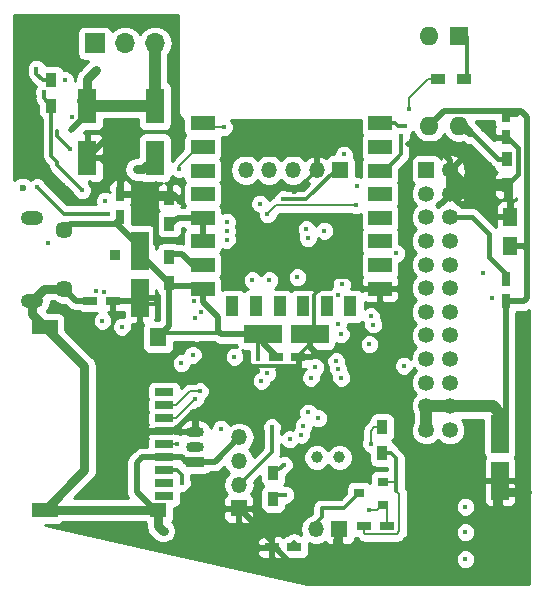
<source format=gbl>
G04 #@! TF.GenerationSoftware,KiCad,Pcbnew,(5.0.2)-1*
G04 #@! TF.CreationDate,2020-07-22T07:53:00+02:00*
G04 #@! TF.ProjectId,32mz_gauge_main_v31,33326d7a-5f67-4617-9567-655f6d61696e,rev?*
G04 #@! TF.SameCoordinates,Original*
G04 #@! TF.FileFunction,Copper,L4,Bot*
G04 #@! TF.FilePolarity,Positive*
%FSLAX46Y46*%
G04 Gerber Fmt 4.6, Leading zero omitted, Abs format (unit mm)*
G04 Created by KiCad (PCBNEW (5.0.2)-1) date 7/22/2020 07:53:00*
%MOMM*%
%LPD*%
G01*
G04 APERTURE LIST*
G04 #@! TA.AperFunction,SMDPad,CuDef*
%ADD10R,1.600000X0.700000*%
G04 #@! TD*
G04 #@! TA.AperFunction,SMDPad,CuDef*
%ADD11R,1.400000X1.200000*%
G04 #@! TD*
G04 #@! TA.AperFunction,SMDPad,CuDef*
%ADD12R,1.400000X1.600000*%
G04 #@! TD*
G04 #@! TA.AperFunction,SMDPad,CuDef*
%ADD13R,2.200000X1.200000*%
G04 #@! TD*
G04 #@! TA.AperFunction,ComponentPad*
%ADD14O,1.900000X1.200000*%
G04 #@! TD*
G04 #@! TA.AperFunction,ComponentPad*
%ADD15C,1.450000*%
G04 #@! TD*
G04 #@! TA.AperFunction,SMDPad,CuDef*
%ADD16R,0.900000X0.800000*%
G04 #@! TD*
G04 #@! TA.AperFunction,SMDPad,CuDef*
%ADD17R,1.600000X3.000000*%
G04 #@! TD*
G04 #@! TA.AperFunction,SMDPad,CuDef*
%ADD18R,1.250000X1.500000*%
G04 #@! TD*
G04 #@! TA.AperFunction,SMDPad,CuDef*
%ADD19R,3.200000X1.500000*%
G04 #@! TD*
G04 #@! TA.AperFunction,SMDPad,CuDef*
%ADD20R,0.750000X1.200000*%
G04 #@! TD*
G04 #@! TA.AperFunction,SMDPad,CuDef*
%ADD21R,1.200000X0.750000*%
G04 #@! TD*
G04 #@! TA.AperFunction,SMDPad,CuDef*
%ADD22R,1.500000X3.200000*%
G04 #@! TD*
G04 #@! TA.AperFunction,ComponentPad*
%ADD23O,1.350000X1.350000*%
G04 #@! TD*
G04 #@! TA.AperFunction,ComponentPad*
%ADD24R,1.350000X1.350000*%
G04 #@! TD*
G04 #@! TA.AperFunction,ComponentPad*
%ADD25C,1.350000*%
G04 #@! TD*
G04 #@! TA.AperFunction,ComponentPad*
%ADD26O,1.700000X1.700000*%
G04 #@! TD*
G04 #@! TA.AperFunction,ComponentPad*
%ADD27R,1.700000X1.700000*%
G04 #@! TD*
G04 #@! TA.AperFunction,ComponentPad*
%ADD28R,0.850000X0.850000*%
G04 #@! TD*
G04 #@! TA.AperFunction,ComponentPad*
%ADD29O,1.600000X1.600000*%
G04 #@! TD*
G04 #@! TA.AperFunction,ComponentPad*
%ADD30R,1.600000X1.600000*%
G04 #@! TD*
G04 #@! TA.AperFunction,SMDPad,CuDef*
%ADD31R,2.000000X1.200000*%
G04 #@! TD*
G04 #@! TA.AperFunction,SMDPad,CuDef*
%ADD32R,1.100000X1.700000*%
G04 #@! TD*
G04 #@! TA.AperFunction,ComponentPad*
%ADD33C,1.000000*%
G04 #@! TD*
G04 #@! TA.AperFunction,SMDPad,CuDef*
%ADD34R,0.900000X1.200000*%
G04 #@! TD*
G04 #@! TA.AperFunction,SMDPad,CuDef*
%ADD35R,1.200000X0.900000*%
G04 #@! TD*
G04 #@! TA.AperFunction,ComponentPad*
%ADD36R,1.500000X0.900000*%
G04 #@! TD*
G04 #@! TA.AperFunction,ComponentPad*
%ADD37O,1.500000X0.900000*%
G04 #@! TD*
G04 #@! TA.AperFunction,ViaPad*
%ADD38C,0.400000*%
G04 #@! TD*
G04 #@! TA.AperFunction,ViaPad*
%ADD39C,0.600000*%
G04 #@! TD*
G04 #@! TA.AperFunction,Conductor*
%ADD40C,0.800000*%
G04 #@! TD*
G04 #@! TA.AperFunction,Conductor*
%ADD41C,0.300000*%
G04 #@! TD*
G04 #@! TA.AperFunction,Conductor*
%ADD42C,1.000000*%
G04 #@! TD*
G04 #@! TA.AperFunction,Conductor*
%ADD43C,0.500000*%
G04 #@! TD*
G04 #@! TA.AperFunction,Conductor*
%ADD44C,0.200000*%
G04 #@! TD*
G04 #@! TA.AperFunction,Conductor*
%ADD45C,0.400000*%
G04 #@! TD*
G04 #@! TA.AperFunction,Conductor*
%ADD46C,0.254000*%
G04 #@! TD*
G04 APERTURE END LIST*
D10*
G04 #@! TO.P,XS1,3*
G04 #@! TO.N,Net-(U3-Pad51)*
X101622500Y-103378000D03*
G04 #@! TO.P,XS1,2*
G04 #@! TO.N,Net-(U3-Pad45)*
X101622500Y-102278000D03*
G04 #@! TO.P,XS1,1*
G04 #@! TO.N,Net-(XS1-Pad1)*
X101622500Y-101178000D03*
G04 #@! TO.P,XS1,4*
G04 #@! TO.N,Net-(C10-Pad2)*
X101622500Y-104478000D03*
G04 #@! TO.P,XS1,5*
G04 #@! TO.N,Net-(U3-Pad49)*
X101622500Y-105578000D03*
G04 #@! TO.P,XS1,6*
G04 #@! TO.N,Net-(C1-Pad1)*
X101622500Y-106678000D03*
G04 #@! TO.P,XS1,8*
G04 #@! TO.N,Net-(XS1-Pad8)*
X101622500Y-108878000D03*
G04 #@! TO.P,XS1,7*
G04 #@! TO.N,Net-(R7-Pad2)*
X101622500Y-107778000D03*
G04 #@! TO.P,XS1,9*
G04 #@! TO.N,Net-(XS1-Pad9)*
X101622500Y-109978000D03*
D11*
G04 #@! TO.P,XS1,6*
G04 #@! TO.N,Net-(C1-Pad1)*
X101122500Y-111128000D03*
D12*
X101122500Y-96528000D03*
D13*
X91522500Y-111128000D03*
X91522500Y-95628000D03*
G04 #@! TD*
D14*
G04 #@! TO.P,J2,6*
G04 #@! TO.N,Net-(C1-Pad1)*
X90455000Y-93416000D03*
X90455000Y-86416000D03*
D15*
X93155000Y-92416000D03*
X93155000Y-87416000D03*
G04 #@! TD*
D16*
G04 #@! TO.P,Q1,1*
G04 #@! TO.N,Net-(C7-Pad1)*
X120126000Y-108778000D03*
G04 #@! TO.P,Q1,2*
G04 #@! TO.N,Net-(C1-Pad1)*
X120126000Y-110678000D03*
G04 #@! TO.P,Q1,3*
G04 #@! TO.N,Net-(LS1-Pad2)*
X118126000Y-109728000D03*
G04 #@! TD*
D17*
G04 #@! TO.P,C2,2*
G04 #@! TO.N,Net-(C1-Pad1)*
X100838000Y-76921000D03*
G04 #@! TO.P,C2,1*
G04 #@! TO.N,Net-(C1-Pad2)*
X100838000Y-81321000D03*
G04 #@! TD*
G04 #@! TO.P,C3,1*
G04 #@! TO.N,Net-(C10-Pad2)*
X95123000Y-81321000D03*
G04 #@! TO.P,C3,2*
G04 #@! TO.N,Net-(C1-Pad1)*
X95123000Y-76921000D03*
G04 #@! TD*
D18*
G04 #@! TO.P,C4,2*
G04 #@! TO.N,Net-(C10-Pad2)*
X130937000Y-86316500D03*
G04 #@! TO.P,C4,1*
G04 #@! TO.N,Net-(C1-Pad1)*
X130937000Y-88816500D03*
G04 #@! TD*
D19*
G04 #@! TO.P,C6,2*
G04 #@! TO.N,Net-(C1-Pad1)*
X109950500Y-96266000D03*
G04 #@! TO.P,C6,1*
G04 #@! TO.N,Net-(C10-Pad2)*
X113950500Y-96266000D03*
G04 #@! TD*
D20*
G04 #@! TO.P,C8,2*
G04 #@! TO.N,Net-(C10-Pad2)*
X130556000Y-79563000D03*
G04 #@! TO.P,C8,1*
G04 #@! TO.N,Net-(C1-Pad1)*
X130556000Y-77663000D03*
G04 #@! TD*
D21*
G04 #@! TO.P,C9,2*
G04 #@! TO.N,Net-(C10-Pad2)*
X97279500Y-93408500D03*
G04 #@! TO.P,C9,1*
G04 #@! TO.N,Net-(C1-Pad1)*
X95379500Y-93408500D03*
G04 #@! TD*
D20*
G04 #@! TO.P,C11,1*
G04 #@! TO.N,Net-(C1-Pad1)*
X97917000Y-86294000D03*
G04 #@! TO.P,C11,2*
G04 #@! TO.N,Net-(C10-Pad2)*
X97917000Y-84394000D03*
G04 #@! TD*
D21*
G04 #@! TO.P,C12,1*
G04 #@! TO.N,Net-(C10-Pad2)*
X110746500Y-114300000D03*
G04 #@! TO.P,C12,2*
G04 #@! TO.N,Net-(C1-Pad1)*
X112646500Y-114300000D03*
G04 #@! TD*
D22*
G04 #@! TO.P,C17,2*
G04 #@! TO.N,Net-(C1-Pad1)*
X130048000Y-104680000D03*
G04 #@! TO.P,C17,1*
G04 #@! TO.N,Net-(C10-Pad2)*
X130048000Y-108680000D03*
G04 #@! TD*
G04 #@! TO.P,C18,1*
G04 #@! TO.N,Net-(C10-Pad2)*
X99568000Y-93186000D03*
G04 #@! TO.P,C18,2*
G04 #@! TO.N,Net-(C1-Pad1)*
X99568000Y-89186000D03*
G04 #@! TD*
D23*
G04 #@! TO.P,J1,5*
G04 #@! TO.N,Net-(J1-Pad5)*
X108522500Y-82359500D03*
G04 #@! TO.P,J1,4*
G04 #@! TO.N,Net-(J1-Pad4)*
X110522500Y-82359500D03*
G04 #@! TO.P,J1,3*
G04 #@! TO.N,Net-(C1-Pad1)*
X112522500Y-82359500D03*
G04 #@! TO.P,J1,2*
G04 #@! TO.N,Net-(C10-Pad2)*
X114522500Y-82359500D03*
D24*
G04 #@! TO.P,J1,1*
G04 #@! TO.N,Net-(J1-Pad1)*
X116522500Y-82359500D03*
G04 #@! TD*
D25*
G04 #@! TO.P,J3,24*
G04 #@! TO.N,Net-(J3-Pad24)*
X125825000Y-104359500D03*
G04 #@! TO.P,J3,23*
G04 #@! TO.N,Net-(C1-Pad1)*
X125825000Y-102359500D03*
G04 #@! TO.P,J3,22*
G04 #@! TO.N,Net-(J3-Pad22)*
X125825000Y-100359500D03*
G04 #@! TO.P,J3,21*
G04 #@! TO.N,Net-(J3-Pad21)*
X125825000Y-98359500D03*
G04 #@! TO.P,J3,20*
G04 #@! TO.N,Net-(J3-Pad20)*
X125825000Y-96359500D03*
G04 #@! TO.P,J3,19*
G04 #@! TO.N,Net-(J3-Pad19)*
X125825000Y-94359500D03*
G04 #@! TO.P,J3,18*
G04 #@! TO.N,Net-(J3-Pad18)*
X125825000Y-92359500D03*
G04 #@! TO.P,J3,17*
G04 #@! TO.N,Net-(J3-Pad17)*
X125825000Y-90359500D03*
G04 #@! TO.P,J3,16*
G04 #@! TO.N,Net-(J3-Pad16)*
X125825000Y-88359500D03*
G04 #@! TO.P,J3,15*
G04 #@! TO.N,Net-(C19-Pad1)*
X125825000Y-86359500D03*
G04 #@! TO.P,J3,14*
G04 #@! TO.N,Net-(C10-Pad2)*
X125825000Y-84359500D03*
G04 #@! TO.P,J3,13*
X125825000Y-82359500D03*
G04 #@! TO.P,J3,12*
G04 #@! TO.N,Net-(C1-Pad1)*
X123825000Y-104359500D03*
G04 #@! TO.P,J3,11*
X123825000Y-102359500D03*
G04 #@! TO.P,J3,10*
G04 #@! TO.N,Net-(C1-Pad2)*
X123825000Y-100359500D03*
G04 #@! TO.P,J3,9*
G04 #@! TO.N,Net-(J3-Pad9)*
X123825000Y-98359500D03*
G04 #@! TO.P,J3,8*
G04 #@! TO.N,Net-(J3-Pad8)*
X123825000Y-96359500D03*
G04 #@! TO.P,J3,7*
G04 #@! TO.N,Net-(J3-Pad7)*
X123825000Y-94359500D03*
G04 #@! TO.P,J3,6*
G04 #@! TO.N,Net-(J3-Pad6)*
X123825000Y-92359500D03*
G04 #@! TO.P,J3,5*
G04 #@! TO.N,Net-(J3-Pad5)*
X123825000Y-90359500D03*
G04 #@! TO.P,J3,4*
G04 #@! TO.N,Net-(J3-Pad4)*
X123825000Y-88359500D03*
G04 #@! TO.P,J3,3*
G04 #@! TO.N,Net-(J3-Pad3)*
X123825000Y-86359500D03*
G04 #@! TO.P,J3,2*
G04 #@! TO.N,Net-(J3-Pad2)*
X123825000Y-84359500D03*
D24*
G04 #@! TO.P,J3,1*
G04 #@! TO.N,Net-(J3-Pad1)*
X123825000Y-82359500D03*
G04 #@! TD*
D26*
G04 #@! TO.P,J5,3*
G04 #@! TO.N,Net-(C1-Pad1)*
X100838000Y-71628000D03*
G04 #@! TO.P,J5,2*
G04 #@! TO.N,Net-(C1-Pad2)*
X98298000Y-71628000D03*
D27*
G04 #@! TO.P,J5,1*
G04 #@! TO.N,Net-(J4-Pad1)*
X95758000Y-71628000D03*
G04 #@! TD*
D28*
G04 #@! TO.P,J6,1*
G04 #@! TO.N,Net-(J6-Pad1)*
X97472500Y-89535000D03*
G04 #@! TD*
D23*
G04 #@! TO.P,LS1,2*
G04 #@! TO.N,Net-(LS1-Pad2)*
X114459000Y-112776000D03*
D24*
G04 #@! TO.P,LS1,1*
G04 #@! TO.N,Net-(C10-Pad2)*
X116459000Y-112776000D03*
G04 #@! TD*
D29*
G04 #@! TO.P,U5,4*
G04 #@! TO.N,Net-(R10-Pad2)*
X126619000Y-78613000D03*
G04 #@! TO.P,U5,2*
G04 #@! TO.N,Net-(C1-Pad1)*
X124079000Y-70993000D03*
G04 #@! TO.P,U5,3*
X124079000Y-78613000D03*
D30*
G04 #@! TO.P,U5,1*
G04 #@! TO.N,Net-(R9-Pad2)*
X126619000Y-70993000D03*
G04 #@! TD*
D31*
G04 #@! TO.P,U6,1*
G04 #@! TO.N,Net-(U3-Pad21)*
X119895000Y-78407500D03*
G04 #@! TO.P,U6,2*
G04 #@! TO.N,Net-(U6-Pad2)*
X119895000Y-80407500D03*
G04 #@! TO.P,U6,3*
G04 #@! TO.N,Net-(U3-Pad22)*
X119895000Y-82407500D03*
G04 #@! TO.P,U6,4*
G04 #@! TO.N,Net-(U6-Pad4)*
X119895000Y-84407500D03*
G04 #@! TO.P,U6,5*
G04 #@! TO.N,Net-(U6-Pad5)*
X119895000Y-86407500D03*
G04 #@! TO.P,U6,6*
G04 #@! TO.N,Net-(U6-Pad6)*
X119895000Y-88407500D03*
G04 #@! TO.P,U6,7*
G04 #@! TO.N,Net-(U6-Pad7)*
X119895000Y-90407500D03*
G04 #@! TO.P,U6,8*
G04 #@! TO.N,Net-(C10-Pad2)*
X119895000Y-92407500D03*
G04 #@! TO.P,U6,15*
G04 #@! TO.N,Net-(C1-Pad1)*
X104895000Y-92407500D03*
G04 #@! TO.P,U6,16*
G04 #@! TO.N,Net-(R13-Pad2)*
X104895000Y-90407500D03*
G04 #@! TO.P,U6,17*
G04 #@! TO.N,Net-(R12-Pad1)*
X104895000Y-88407500D03*
G04 #@! TO.P,U6,18*
X104895000Y-86407500D03*
G04 #@! TO.P,U6,19*
G04 #@! TO.N,Net-(U6-Pad19)*
X104895000Y-84407500D03*
G04 #@! TO.P,U6,20*
G04 #@! TO.N,Net-(U6-Pad20)*
X104895000Y-82407500D03*
G04 #@! TO.P,U6,21*
G04 #@! TO.N,Net-(U3-Pad30)*
X104895000Y-80407500D03*
G04 #@! TO.P,U6,22*
G04 #@! TO.N,Net-(U3-Pad29)*
X104895000Y-78407500D03*
D32*
G04 #@! TO.P,U6,9*
G04 #@! TO.N,Net-(U6-Pad9)*
X117395000Y-93907500D03*
G04 #@! TO.P,U6,10*
G04 #@! TO.N,Net-(U6-Pad10)*
X115395000Y-93907500D03*
G04 #@! TO.P,U6,11*
G04 #@! TO.N,Net-(U6-Pad11)*
X113395000Y-93907500D03*
G04 #@! TO.P,U6,12*
G04 #@! TO.N,Net-(U6-Pad12)*
X111395000Y-93907500D03*
G04 #@! TO.P,U6,13*
G04 #@! TO.N,Net-(U6-Pad13)*
X109395000Y-93907500D03*
G04 #@! TO.P,U6,14*
G04 #@! TO.N,Net-(U6-Pad14)*
X107395000Y-93907500D03*
G04 #@! TD*
D33*
G04 #@! TO.P,Y1,2*
G04 #@! TO.N,Net-(C16-Pad2)*
X116454000Y-106680000D03*
G04 #@! TO.P,Y1,1*
G04 #@! TO.N,Net-(C20-Pad2)*
X114554000Y-106680000D03*
G04 #@! TD*
D21*
G04 #@! TO.P,C7,2*
G04 #@! TO.N,Net-(C1-Pad1)*
X120457000Y-112522000D03*
G04 #@! TO.P,C7,1*
G04 #@! TO.N,Net-(C7-Pad1)*
X118557000Y-112522000D03*
G04 #@! TD*
D20*
G04 #@! TO.P,C19,2*
G04 #@! TO.N,Net-(C1-Pad1)*
X130556000Y-93469500D03*
G04 #@! TO.P,C19,1*
G04 #@! TO.N,Net-(C19-Pad1)*
X130556000Y-91569500D03*
G04 #@! TD*
D23*
G04 #@! TO.P,J7,4*
G04 #@! TO.N,Net-(C1-Pad1)*
X107950000Y-104998000D03*
G04 #@! TO.P,J7,3*
G04 #@! TO.N,Net-(J7-Pad3)*
X107950000Y-106998000D03*
G04 #@! TO.P,J7,2*
G04 #@! TO.N,Net-(J7-Pad2)*
X107950000Y-108998000D03*
D24*
G04 #@! TO.P,J7,1*
G04 #@! TO.N,Net-(C10-Pad2)*
X107950000Y-110998000D03*
G04 #@! TD*
D21*
G04 #@! TO.P,C15,2*
G04 #@! TO.N,Net-(C10-Pad2)*
X112964000Y-98171000D03*
G04 #@! TO.P,C15,1*
G04 #@! TO.N,Net-(C1-Pad1)*
X111064000Y-98171000D03*
G04 #@! TD*
D34*
G04 #@! TO.P,R5,1*
G04 #@! TO.N,Net-(J4-Pad4)*
X92075000Y-76919000D03*
G04 #@! TO.P,R5,2*
G04 #@! TO.N,Net-(J4-Pad5)*
X92075000Y-74719000D03*
G04 #@! TD*
D35*
G04 #@! TO.P,R9,1*
G04 #@! TO.N,Net-(J4-Pad3)*
X124820500Y-74676000D03*
G04 #@! TO.P,R9,2*
G04 #@! TO.N,Net-(R9-Pad2)*
X127020500Y-74676000D03*
G04 #@! TD*
D34*
G04 #@! TO.P,R10,2*
G04 #@! TO.N,Net-(R10-Pad2)*
X130619500Y-81450000D03*
G04 #@! TO.P,R10,1*
G04 #@! TO.N,Net-(C10-Pad2)*
X130619500Y-83650000D03*
G04 #@! TD*
G04 #@! TO.P,R11,2*
G04 #@! TO.N,Net-(C1-Pad2)*
X110871000Y-110193000D03*
G04 #@! TO.P,R11,1*
G04 #@! TO.N,Net-(J3-Pad9)*
X110871000Y-107993000D03*
G04 #@! TD*
G04 #@! TO.P,R12,1*
G04 #@! TO.N,Net-(R12-Pad1)*
X102044500Y-86888500D03*
G04 #@! TO.P,R12,2*
G04 #@! TO.N,Net-(C10-Pad2)*
X102044500Y-84688500D03*
G04 #@! TD*
G04 #@! TO.P,R13,2*
G04 #@! TO.N,Net-(R13-Pad2)*
X102044500Y-89705000D03*
G04 #@! TO.P,R13,1*
G04 #@! TO.N,Net-(C1-Pad1)*
X102044500Y-91905000D03*
G04 #@! TD*
G04 #@! TO.P,R14,1*
G04 #@! TO.N,Net-(C7-Pad1)*
X120078500Y-106319500D03*
G04 #@! TO.P,R14,2*
G04 #@! TO.N,Net-(R14-Pad2)*
X120078500Y-104119500D03*
G04 #@! TD*
D36*
G04 #@! TO.P,U7,1*
G04 #@! TO.N,Net-(C1-Pad1)*
X104267000Y-107061000D03*
D37*
G04 #@! TO.P,U7,3*
G04 #@! TO.N,Net-(C10-Pad2)*
X104267000Y-104521000D03*
G04 #@! TO.P,U7,2*
G04 #@! TO.N,Net-(U3-Pad23)*
X104267000Y-105791000D03*
G04 #@! TD*
D38*
G04 #@! TO.N,Net-(C1-Pad2)*
X99314000Y-82296000D03*
X91805002Y-88519000D03*
X96392998Y-95123000D03*
X111886992Y-109855000D03*
X93662500Y-80581500D03*
G04 #@! TO.N,Net-(C1-Pad1)*
X95885000Y-73914000D03*
X93218000Y-74739500D03*
X100330000Y-106680000D03*
X94615000Y-107950000D03*
X104394000Y-96139000D03*
X105004385Y-93297220D03*
X116332000Y-95377000D03*
X112903000Y-91440000D03*
X101600000Y-112903000D03*
X114427000Y-99060000D03*
X109601000Y-98383000D03*
X116586000Y-96266500D03*
X118999000Y-111125000D03*
X112649000Y-113918999D03*
X93750000Y-78994000D03*
G04 #@! TO.N,Net-(C10-Pad2)*
X112648992Y-84201000D03*
X97028000Y-78359000D03*
X97853500Y-101854000D03*
X108585000Y-99060000D03*
X103004990Y-85026500D03*
X100965000Y-88646000D03*
X132334000Y-109601000D03*
X100965000Y-93726000D03*
X114554000Y-97917000D03*
X100965000Y-83566000D03*
X107569000Y-91948000D03*
X122301000Y-80137000D03*
G04 #@! TO.N,Net-(J1-Pad1)*
X111696498Y-84835998D03*
G04 #@! TO.N,Net-(J2-Pad3)*
X110363000Y-99568000D03*
X95885000Y-92633450D03*
G04 #@! TO.N,Net-(J2-Pad2)*
X96502589Y-92674736D03*
X109855000Y-100203000D03*
G04 #@! TO.N,Net-(J3-Pad24)*
X121920000Y-98932998D03*
G04 #@! TO.N,Net-(J3-Pad17)*
X112264000Y-105152000D03*
X129413000Y-93218000D03*
G04 #@! TO.N,Net-(J3-Pad16)*
X113214000Y-104775000D03*
X128651000Y-91059000D03*
G04 #@! TO.N,Net-(J3-Pad9)*
X111760000Y-107315000D03*
X113814010Y-102878096D03*
G04 #@! TO.N,Net-(J3-Pad8)*
X114681000Y-103378000D03*
G04 #@! TO.N,Net-(J3-Pad6)*
X116662885Y-92031176D03*
G04 #@! TO.N,Net-(J3-Pad5)*
X116332000Y-92942002D03*
G04 #@! TO.N,Net-(J3-Pad4)*
X119126000Y-94742000D03*
X121285000Y-89408000D03*
G04 #@! TO.N,Net-(J3-Pad3)*
X118999000Y-97109500D03*
G04 #@! TO.N,Net-(J3-Pad2)*
X119320500Y-95444500D03*
G04 #@! TO.N,Net-(J3-Pad1)*
X113411000Y-104013000D03*
G04 #@! TO.N,Net-(J4-Pad5)*
X96837500Y-86055021D03*
X90805000Y-73787000D03*
X90868500Y-83820000D03*
G04 #@! TO.N,Net-(J4-Pad4)*
X94678500Y-84074000D03*
X91440000Y-75755500D03*
G04 #@! TO.N,Net-(J4-Pad3)*
X122364500Y-77216000D03*
X93789500Y-77851000D03*
D39*
G04 #@! TO.N,Net-(J4-Pad1)*
X89647000Y-83868500D03*
D38*
G04 #@! TO.N,Net-(J6-Pad1)*
X96603522Y-84955010D03*
G04 #@! TO.N,Net-(R2-Pad1)*
X127127000Y-113035000D03*
X106934000Y-87503000D03*
X113665000Y-87376000D03*
G04 #@! TO.N,Net-(R3-Pad1)*
X127127000Y-110871000D03*
X113792000Y-88138000D03*
X106934000Y-88265000D03*
G04 #@! TO.N,Net-(R4-Pad1)*
X127127000Y-115316000D03*
X106934000Y-86741000D03*
X115189000Y-87502998D03*
G04 #@! TO.N,Net-(R7-Pad2)*
X116332000Y-99187000D03*
X106426000Y-104267000D03*
X103124000Y-108839000D03*
G04 #@! TO.N,Net-(R8-Pad1)*
X98044000Y-95631000D03*
X107569000Y-98171000D03*
G04 #@! TO.N,Net-(R10-Pad2)*
X109728000Y-85217006D03*
G04 #@! TO.N,Net-(U3-Pad51)*
X104267000Y-101733500D03*
X116183002Y-98552000D03*
G04 #@! TO.N,Net-(U3-Pad49)*
X116609500Y-99949000D03*
X102743000Y-105537000D03*
G04 #@! TO.N,Net-(U3-Pad45)*
X104648000Y-101092000D03*
X114046000Y-99949000D03*
G04 #@! TO.N,Net-(U3-Pad30)*
X103087939Y-98715061D03*
X102860076Y-82258731D03*
G04 #@! TO.N,Net-(U3-Pad29)*
X106680000Y-78740000D03*
X104049061Y-98007939D03*
G04 #@! TO.N,Net-(U3-Pad23)*
X104267000Y-94869000D03*
G04 #@! TO.N,Net-(U3-Pad22)*
X104775000Y-94361010D03*
X121666000Y-79502000D03*
G04 #@! TO.N,Net-(U3-Pad21)*
X122047000Y-78613000D03*
X104139998Y-93472002D03*
G04 #@! TO.N,Net-(C19-Pad1)*
X110363012Y-86106000D03*
X117856000Y-85344018D03*
G04 #@! TO.N,Net-(J7-Pad3)*
X109093000Y-91693962D03*
G04 #@! TO.N,Net-(J7-Pad2)*
X110744000Y-104140000D03*
G04 #@! TO.N,Net-(R14-Pad2)*
X110514500Y-91694000D03*
X119126000Y-105537000D03*
G04 #@! TO.N,Net-(C14-Pad2)*
X117919500Y-83693000D03*
X116840000Y-81041010D03*
G04 #@! TD*
D40*
G04 #@! TO.N,Net-(C1-Pad2)*
X99863000Y-82296000D02*
X100838000Y-81321000D01*
X99314000Y-82296000D02*
X99863000Y-82296000D01*
D41*
X111209000Y-109855000D02*
X110871000Y-110193000D01*
X111886992Y-109855000D02*
X111209000Y-109855000D01*
X92583000Y-79502000D02*
X93462501Y-80381501D01*
X92583000Y-79037500D02*
X92583000Y-79502000D01*
X93462501Y-80381501D02*
X93662500Y-80581500D01*
D42*
G04 #@! TO.N,Net-(C1-Pad1)*
X94739500Y-76537500D02*
X95123000Y-76921000D01*
X95123000Y-76921000D02*
X100838000Y-76921000D01*
X100838000Y-76921000D02*
X100838000Y-71628000D01*
D40*
X95123000Y-76921000D02*
X95123000Y-74676000D01*
X95123000Y-74676000D02*
X95885000Y-73914000D01*
D41*
X93766500Y-86804500D02*
X93155000Y-87416000D01*
X97406500Y-86804500D02*
X93766500Y-86804500D01*
X97917000Y-86294000D02*
X97406500Y-86804500D01*
D40*
X91455000Y-92416000D02*
X90455000Y-93416000D01*
X93155000Y-92416000D02*
X91455000Y-92416000D01*
X90455000Y-94560500D02*
X91522500Y-95628000D01*
X90455000Y-93416000D02*
X90455000Y-94560500D01*
X91522500Y-111128000D02*
X101122500Y-111128000D01*
D43*
X102044500Y-91916500D02*
X99568000Y-89440000D01*
D41*
X102044500Y-92155000D02*
X102044500Y-91916500D01*
X99568000Y-89440000D02*
X99568000Y-89154000D01*
D43*
X99568000Y-89440000D02*
X99568000Y-88900000D01*
X99568000Y-88900000D02*
X97599500Y-86931500D01*
X93639500Y-86931500D02*
X93155000Y-87416000D01*
X97599500Y-86931500D02*
X93639500Y-86931500D01*
X104642500Y-92155000D02*
X104895000Y-92407500D01*
X102044500Y-92155000D02*
X104642500Y-92155000D01*
X102044500Y-95606000D02*
X101122500Y-96528000D01*
X102044500Y-92155000D02*
X102044500Y-95606000D01*
X94147500Y-93408500D02*
X93155000Y-92416000D01*
X95379500Y-93408500D02*
X94147500Y-93408500D01*
X99760500Y-106678000D02*
X101622500Y-106678000D01*
X99314000Y-107124500D02*
X99760500Y-106678000D01*
X99314000Y-109629502D02*
X99314000Y-107124500D01*
X101122500Y-111128000D02*
X100812498Y-111128000D01*
X100812498Y-111128000D02*
X99314000Y-109629502D01*
D40*
X94869000Y-107781500D02*
X91522500Y-111128000D01*
X91522500Y-95628000D02*
X94869000Y-98974500D01*
X94869000Y-98974500D02*
X94869000Y-107781500D01*
D41*
X94869000Y-107781500D02*
X94783500Y-107781500D01*
X94783500Y-107781500D02*
X94615000Y-107950000D01*
D43*
X106426000Y-96266000D02*
X109950500Y-96266000D01*
X109950500Y-96994000D02*
X111064000Y-98107500D01*
X109950500Y-96266000D02*
X109950500Y-96994000D01*
D44*
X101511500Y-96139000D02*
X101122500Y-96528000D01*
D41*
X104394000Y-96139000D02*
X101511500Y-96139000D01*
D44*
X106045000Y-96139000D02*
X106172000Y-96012000D01*
D41*
X104394000Y-96139000D02*
X106045000Y-96139000D01*
D43*
X106172000Y-96012000D02*
X106426000Y-96266000D01*
X104895000Y-92407500D02*
X104895000Y-93507500D01*
X104895000Y-93507500D02*
X106172000Y-94784500D01*
X106172000Y-94784500D02*
X106172000Y-96012000D01*
D40*
X101122500Y-111128000D02*
X101122500Y-112528000D01*
X101497500Y-112903000D02*
X101600000Y-112903000D01*
X101122500Y-112528000D02*
X101497500Y-112903000D01*
D43*
X103505000Y-107061000D02*
X104267000Y-107061000D01*
X101622500Y-106678000D02*
X103122000Y-106678000D01*
X103122000Y-106678000D02*
X103505000Y-107061000D01*
X107950000Y-104998000D02*
X105887000Y-107061000D01*
X105887000Y-107061000D02*
X105517000Y-107061000D01*
X105517000Y-107061000D02*
X104267000Y-107061000D01*
D41*
X109601000Y-96615500D02*
X109950500Y-96266000D01*
X109601000Y-98383000D02*
X109601000Y-96615500D01*
D42*
X123825000Y-102359500D02*
X123825000Y-104359500D01*
X125825000Y-102359500D02*
X123825000Y-102359500D01*
D43*
X120176000Y-110678000D02*
X120178500Y-110680500D01*
D42*
X129474000Y-102359500D02*
X125825000Y-102359500D01*
X130175000Y-104648000D02*
X130175000Y-103060500D01*
X130175000Y-103060500D02*
X129474000Y-102359500D01*
D43*
X130556000Y-104140000D02*
X130429000Y-104267000D01*
X130556000Y-93469500D02*
X130556000Y-104140000D01*
X132123500Y-88816500D02*
X132334000Y-89027000D01*
X130937000Y-88816500D02*
X132123500Y-88816500D01*
X124079000Y-78613000D02*
X124206000Y-78740000D01*
X130556000Y-93469500D02*
X132066000Y-93469500D01*
X132334000Y-93201500D02*
X132334000Y-77851000D01*
X132334000Y-77851000D02*
X131826000Y-77343000D01*
X132066000Y-93469500D02*
X132334000Y-93201500D01*
X131826000Y-77343000D02*
X125349000Y-77343000D01*
X125349000Y-77343000D02*
X124079000Y-78613000D01*
D41*
X131506000Y-77663000D02*
X130556000Y-77663000D01*
X131826000Y-77343000D02*
X131506000Y-77663000D01*
D43*
X112646500Y-114300000D02*
X112649000Y-114297500D01*
X112649000Y-114297500D02*
X112649000Y-114201841D01*
X112649000Y-114201841D02*
X112649000Y-113918999D01*
D41*
X120176000Y-110678000D02*
X120126000Y-110678000D01*
D44*
X119679000Y-111125000D02*
X120126000Y-110678000D01*
X118999000Y-111125000D02*
X119679000Y-111125000D01*
X120457000Y-111009000D02*
X120126000Y-110678000D01*
X120457000Y-112522000D02*
X120457000Y-111009000D01*
D43*
X95123000Y-77621000D02*
X93750000Y-78994000D01*
X95123000Y-76921000D02*
X95123000Y-77621000D01*
G04 #@! TO.N,Net-(C10-Pad2)*
X130937000Y-86316500D02*
X130937000Y-83646000D01*
D41*
X114522500Y-82359500D02*
X112681000Y-84201000D01*
D44*
X112681000Y-84201000D02*
X112648992Y-84201000D01*
D43*
X97028000Y-79416000D02*
X95123000Y-81321000D01*
X97028000Y-78359000D02*
X97028000Y-79416000D01*
X95123000Y-81321000D02*
X96307000Y-81321000D01*
X97917000Y-82931000D02*
X97917000Y-84394000D01*
X96307000Y-81321000D02*
X97917000Y-82931000D01*
X97311000Y-93440000D02*
X97279500Y-93408500D01*
X99568000Y-93440000D02*
X97311000Y-93440000D01*
X99568000Y-93440000D02*
X99568000Y-95313500D01*
X99568000Y-95313500D02*
X99060000Y-95821500D01*
X99906000Y-104478000D02*
X101622500Y-104478000D01*
X99060000Y-103632000D02*
X99906000Y-104478000D01*
X99060000Y-101854000D02*
X97853500Y-101854000D01*
X99060000Y-101854000D02*
X99060000Y-103632000D01*
X99060000Y-95821500D02*
X99060000Y-101854000D01*
X110746500Y-114300000D02*
X110744000Y-114300000D01*
X102482502Y-104478000D02*
X101622500Y-104478000D01*
X104775000Y-102870000D02*
X104090502Y-102870000D01*
X104775000Y-102870000D02*
X105410000Y-102235000D01*
X105410000Y-102235000D02*
X106680000Y-100965000D01*
X106680000Y-100965000D02*
X107950000Y-99695000D01*
X107950000Y-99695000D02*
X108585000Y-99060000D01*
D41*
X113950500Y-97121000D02*
X112964000Y-98107500D01*
X113950500Y-96266000D02*
X113950500Y-97121000D01*
D43*
X102804991Y-84826501D02*
X103004990Y-85026500D01*
X102372490Y-84394000D02*
X102804991Y-84826501D01*
D41*
X108712000Y-98933000D02*
X108585000Y-99060000D01*
X112813500Y-98933000D02*
X108712000Y-98933000D01*
X112964000Y-98107500D02*
X112964000Y-98782500D01*
X112964000Y-98782500D02*
X112813500Y-98933000D01*
D43*
X110746500Y-113794500D02*
X107950000Y-110998000D01*
X110746500Y-114300000D02*
X110746500Y-113794500D01*
X104267000Y-103455502D02*
X103886000Y-103074502D01*
X104090502Y-102870000D02*
X103886000Y-103074502D01*
X103886000Y-103074502D02*
X102482502Y-104478000D01*
D41*
X114295001Y-92977497D02*
X114295001Y-95921499D01*
X118595000Y-92407500D02*
X117581999Y-91394499D01*
X119895000Y-92407500D02*
X118595000Y-92407500D01*
X117581999Y-91394499D02*
X115877999Y-91394499D01*
X114295001Y-95921499D02*
X113950500Y-96266000D01*
X115877999Y-91394499D02*
X114295001Y-92977497D01*
D43*
X100965000Y-84394000D02*
X100965000Y-88392000D01*
X100965000Y-84394000D02*
X102372490Y-84394000D01*
X97917000Y-84394000D02*
X100965000Y-84394000D01*
X100965000Y-88392000D02*
X100965000Y-88646000D01*
D41*
X100108000Y-93726000D02*
X99568000Y-93186000D01*
X100965000Y-93726000D02*
X100108000Y-93726000D01*
D43*
X113950500Y-97313500D02*
X113950500Y-97121000D01*
X114554000Y-97917000D02*
X113950500Y-97313500D01*
X100965000Y-84394000D02*
X100965000Y-83566000D01*
X104267000Y-103455502D02*
X104267000Y-104521000D01*
D40*
X126650500Y-83185000D02*
X125825000Y-82359500D01*
X126650500Y-84359500D02*
X126650500Y-83185000D01*
D43*
X122583842Y-80137000D02*
X122301000Y-80137000D01*
X124428000Y-80137000D02*
X122583842Y-80137000D01*
X125825000Y-82359500D02*
X125825000Y-81534000D01*
X125825000Y-81534000D02*
X124428000Y-80137000D01*
D42*
X126650500Y-84359500D02*
X125825000Y-84359500D01*
X127364000Y-83646000D02*
X126650500Y-84359500D01*
X126428500Y-83629500D02*
X126365000Y-83693000D01*
X130619500Y-83629500D02*
X126428500Y-83629500D01*
D40*
X125825000Y-82359500D02*
X125825000Y-84359500D01*
X130429000Y-109601000D02*
X130175000Y-109855000D01*
X132334000Y-109601000D02*
X130429000Y-109601000D01*
X130175000Y-108458000D02*
X130175000Y-108839000D01*
X130302000Y-108331000D02*
X130175000Y-108458000D01*
X130175000Y-108839000D02*
X129794000Y-109220000D01*
X129794000Y-109220000D02*
X129794000Y-115443000D01*
X129794000Y-115443000D02*
X128397000Y-116840000D01*
X128397000Y-116840000D02*
X116840000Y-116840000D01*
D45*
X131572000Y-82693500D02*
X130619500Y-83646000D01*
X130556000Y-79502000D02*
X131572000Y-80518000D01*
X131572000Y-80518000D02*
X131572000Y-82693500D01*
X116078000Y-113724000D02*
X116078000Y-116078000D01*
X116205000Y-113597000D02*
X116078000Y-113724000D01*
X116205000Y-112522000D02*
X116205000Y-113597000D01*
D40*
X116840000Y-116840000D02*
X116078000Y-116078000D01*
X116078000Y-116078000D02*
X115570000Y-115570000D01*
D43*
X115504990Y-115635010D02*
X115570000Y-115570000D01*
X110971500Y-114300000D02*
X112306510Y-115635010D01*
X110746500Y-114300000D02*
X110971500Y-114300000D01*
X112306510Y-115635010D02*
X115504990Y-115635010D01*
D41*
G04 #@! TO.N,Net-(C7-Pad1)*
X120126000Y-106367000D02*
X120078500Y-106319500D01*
X120828500Y-106319500D02*
X121285000Y-106776000D01*
X120078500Y-106319500D02*
X120828500Y-106319500D01*
D44*
X121224000Y-108778000D02*
X120126000Y-108778000D01*
X121285000Y-108839000D02*
X121224000Y-108778000D01*
D41*
X121285000Y-108839000D02*
X121285000Y-109569000D01*
X121285000Y-106776000D02*
X121285000Y-108839000D01*
D44*
X121297001Y-113197001D02*
X121539000Y-112955002D01*
X118657001Y-113197001D02*
X121297001Y-113197001D01*
X118557000Y-112522000D02*
X118557000Y-113097000D01*
X118557000Y-113097000D02*
X118657001Y-113197001D01*
X121539000Y-109823000D02*
X121285000Y-109569000D01*
X121539000Y-112955002D02*
X121539000Y-109823000D01*
G04 #@! TO.N,Net-(J1-Pad1)*
X111979340Y-84835998D02*
X111696498Y-84835998D01*
D41*
X113665002Y-84835998D02*
X111979340Y-84835998D01*
D44*
X116522500Y-82359500D02*
X116141500Y-82359500D01*
D41*
X116141500Y-82359500D02*
X113665002Y-84835998D01*
G04 #@! TO.N,Net-(J3-Pad9)*
X111760000Y-107315000D02*
X111676000Y-107315000D01*
X111760000Y-107315000D02*
X111379000Y-107696000D01*
X111168000Y-107696000D02*
X110871000Y-107993000D01*
X111379000Y-107696000D02*
X111168000Y-107696000D01*
G04 #@! TO.N,Net-(J4-Pad5)*
X91325000Y-74719000D02*
X92075000Y-74719000D01*
X96837500Y-86055021D02*
X93103521Y-86055021D01*
X93103521Y-86055021D02*
X91116990Y-84068490D01*
X91325000Y-74719000D02*
X90805000Y-74199000D01*
X90805000Y-74199000D02*
X90805000Y-73787000D01*
X91116990Y-84068490D02*
X90868500Y-83820000D01*
G04 #@! TO.N,Net-(J4-Pad4)*
X92075000Y-81139498D02*
X92075000Y-76919000D01*
X92583000Y-81647498D02*
X92075000Y-81139498D01*
X92583000Y-81962000D02*
X92583000Y-81647498D01*
X93792001Y-83171001D02*
X92583000Y-81962000D01*
X94678500Y-84074000D02*
X93792001Y-83187501D01*
X93792001Y-83187501D02*
X93792001Y-83171001D01*
X91440000Y-76284000D02*
X92075000Y-76919000D01*
X91440000Y-75755500D02*
X91440000Y-76284000D01*
D44*
G04 #@! TO.N,Net-(J4-Pad3)*
X123952000Y-74676000D02*
X122364500Y-76263500D01*
X124570500Y-74676000D02*
X123952000Y-74676000D01*
X122364500Y-76263500D02*
X122364500Y-77216000D01*
D43*
G04 #@! TO.N,Net-(R7-Pad2)*
X101604000Y-107759500D02*
X101622500Y-107778000D01*
D41*
X103124000Y-108556158D02*
X103124000Y-108839000D01*
X101622500Y-107778000D02*
X102722500Y-107778000D01*
X103124000Y-108179500D02*
X103124000Y-108556158D01*
X102722500Y-107778000D02*
X103124000Y-108179500D01*
G04 #@! TO.N,Net-(R9-Pad2)*
X127254000Y-74442500D02*
X127020500Y-74676000D01*
X127254000Y-71120000D02*
X127254000Y-74442500D01*
D45*
G04 #@! TO.N,Net-(R10-Pad2)*
X130556000Y-81407000D02*
X129921000Y-81407000D01*
D41*
X127418999Y-79412999D02*
X126619000Y-78613000D01*
X127851001Y-79412999D02*
X127418999Y-79412999D01*
X127889000Y-79375000D02*
X127851001Y-79412999D01*
D45*
X127889000Y-79375000D02*
X127254000Y-78740000D01*
X129921000Y-81407000D02*
X127889000Y-79375000D01*
D43*
G04 #@! TO.N,Net-(R12-Pad1)*
X104895000Y-86407500D02*
X104895000Y-88407500D01*
X102775500Y-86407500D02*
X102044500Y-87138500D01*
X104895000Y-86407500D02*
X102775500Y-86407500D01*
G04 #@! TO.N,Net-(R13-Pad2)*
X104895000Y-90407500D02*
X104060000Y-90407500D01*
X103107500Y-89455000D02*
X102044500Y-89455000D01*
X104060000Y-90407500D02*
X103107500Y-89455000D01*
D44*
G04 #@! TO.N,Net-(U3-Pad51)*
X102622500Y-103378000D02*
X104267000Y-101733500D01*
X101622500Y-103378000D02*
X102622500Y-103378000D01*
G04 #@! TO.N,Net-(U3-Pad49)*
X102702000Y-105578000D02*
X102743000Y-105537000D01*
X101622500Y-105578000D02*
X102702000Y-105578000D01*
G04 #@! TO.N,Net-(U3-Pad45)*
X102622500Y-102278000D02*
X103808500Y-101092000D01*
X101622500Y-102278000D02*
X102622500Y-102278000D01*
X103808500Y-101092000D02*
X104648000Y-101092000D01*
G04 #@! TO.N,Net-(U3-Pad30)*
X102860076Y-82042424D02*
X102860076Y-82258731D01*
X104495000Y-80407500D02*
X102860076Y-82042424D01*
X104895000Y-80407500D02*
X104495000Y-80407500D01*
G04 #@! TO.N,Net-(U3-Pad29)*
X105295000Y-78407500D02*
X105627500Y-78740000D01*
X104895000Y-78407500D02*
X105295000Y-78407500D01*
X105627500Y-78740000D02*
X106680000Y-78740000D01*
D41*
G04 #@! TO.N,Net-(U3-Pad22)*
X119895000Y-82407500D02*
X120295000Y-82407500D01*
X120295000Y-82407500D02*
X121666000Y-81036500D01*
X121666000Y-79784842D02*
X121666000Y-79502000D01*
X121666000Y-81036500D02*
X121666000Y-79784842D01*
G04 #@! TO.N,Net-(U3-Pad21)*
X121195000Y-78407500D02*
X121400500Y-78613000D01*
X119895000Y-78407500D02*
X121195000Y-78407500D01*
X121400500Y-78613000D02*
X122047000Y-78613000D01*
D44*
G04 #@! TO.N,Net-(U6-Pad9)*
X117395000Y-93907500D02*
X117395000Y-93607500D01*
G04 #@! TO.N,Net-(C19-Pad1)*
X117573158Y-85344018D02*
X117856000Y-85344018D01*
X111124994Y-85344018D02*
X117573158Y-85344018D01*
X110363012Y-86106000D02*
X111124994Y-85344018D01*
D45*
X127698000Y-86359500D02*
X125825000Y-86359500D01*
X129095500Y-87757000D02*
X127698000Y-86359500D01*
X129095500Y-89725500D02*
X129095500Y-87757000D01*
X130556000Y-91440000D02*
X130556000Y-91186000D01*
X130556000Y-91186000D02*
X129095500Y-89725500D01*
D41*
G04 #@! TO.N,Net-(J7-Pad2)*
X107950000Y-108998000D02*
X110744000Y-106204000D01*
X110744000Y-106204000D02*
X110744000Y-104422842D01*
X110744000Y-104422842D02*
X110744000Y-104140000D01*
D44*
G04 #@! TO.N,Net-(R14-Pad2)*
X119428500Y-104119500D02*
X120078500Y-104119500D01*
X119126000Y-104422000D02*
X119428500Y-104119500D01*
X119126000Y-105537000D02*
X119126000Y-104422000D01*
D41*
G04 #@! TO.N,Net-(LS1-Pad2)*
X114966500Y-111760500D02*
X114205000Y-112522000D01*
X114966500Y-110966500D02*
X114966500Y-111760500D01*
X118126000Y-109728000D02*
X116887500Y-110966500D01*
X116887500Y-110966500D02*
X114966500Y-110966500D01*
G04 #@! TD*
D46*
G04 #@! TO.N,Net-(C10-Pad2)*
G36*
X118247560Y-79007500D02*
X118296843Y-79255265D01*
X118398564Y-79407500D01*
X118296843Y-79559735D01*
X118247560Y-79807500D01*
X118247560Y-81007500D01*
X118296843Y-81255265D01*
X118398564Y-81407500D01*
X118296843Y-81559735D01*
X118247560Y-81807500D01*
X118247560Y-82925089D01*
X118085592Y-82858000D01*
X117844940Y-82858000D01*
X117844940Y-81684500D01*
X117795657Y-81436735D01*
X117662456Y-81237387D01*
X117675000Y-81207102D01*
X117675000Y-80874918D01*
X117547879Y-80568020D01*
X117312990Y-80333131D01*
X117006092Y-80206010D01*
X116673908Y-80206010D01*
X116367010Y-80333131D01*
X116132121Y-80568020D01*
X116005000Y-80874918D01*
X116005000Y-81037060D01*
X115847500Y-81037060D01*
X115599735Y-81086343D01*
X115389691Y-81226691D01*
X115312356Y-81342430D01*
X115186133Y-81230022D01*
X114851900Y-81091590D01*
X114649500Y-81215276D01*
X114649500Y-82232500D01*
X114669500Y-82232500D01*
X114669500Y-82486500D01*
X114649500Y-82486500D01*
X114649500Y-82506500D01*
X114395500Y-82506500D01*
X114395500Y-82486500D01*
X114375500Y-82486500D01*
X114375500Y-82232500D01*
X114395500Y-82232500D01*
X114395500Y-81215276D01*
X114193100Y-81091590D01*
X113858867Y-81230022D01*
X113535656Y-81517858D01*
X113466957Y-81415043D01*
X113033636Y-81125507D01*
X112651522Y-81049500D01*
X112393478Y-81049500D01*
X112011364Y-81125507D01*
X111578043Y-81415043D01*
X111522500Y-81498169D01*
X111466957Y-81415043D01*
X111033636Y-81125507D01*
X110651522Y-81049500D01*
X110393478Y-81049500D01*
X110011364Y-81125507D01*
X109578043Y-81415043D01*
X109522500Y-81498169D01*
X109466957Y-81415043D01*
X109033636Y-81125507D01*
X108651522Y-81049500D01*
X108393478Y-81049500D01*
X108011364Y-81125507D01*
X107578043Y-81415043D01*
X107288507Y-81848364D01*
X107186836Y-82359500D01*
X107288507Y-82870636D01*
X107578043Y-83303957D01*
X108011364Y-83593493D01*
X108393478Y-83669500D01*
X108651522Y-83669500D01*
X109033636Y-83593493D01*
X109466957Y-83303957D01*
X109522500Y-83220831D01*
X109578043Y-83303957D01*
X110011364Y-83593493D01*
X110393478Y-83669500D01*
X110651522Y-83669500D01*
X111033636Y-83593493D01*
X111466957Y-83303957D01*
X111522500Y-83220831D01*
X111578043Y-83303957D01*
X112011364Y-83593493D01*
X112393478Y-83669500D01*
X112651522Y-83669500D01*
X113033636Y-83593493D01*
X113466957Y-83303957D01*
X113535656Y-83201142D01*
X113858867Y-83488978D01*
X113889272Y-83501571D01*
X113339845Y-84050998D01*
X111983301Y-84050998D01*
X111862590Y-84000998D01*
X111530406Y-84000998D01*
X111223508Y-84128119D01*
X110988619Y-84363008D01*
X110871823Y-84644978D01*
X110838211Y-84651664D01*
X110595089Y-84814113D01*
X110554084Y-84875481D01*
X110509006Y-84920560D01*
X110435879Y-84744016D01*
X110200990Y-84509127D01*
X109894092Y-84382006D01*
X109561908Y-84382006D01*
X109255010Y-84509127D01*
X109020121Y-84744016D01*
X108893000Y-85050914D01*
X108893000Y-85383098D01*
X109020121Y-85689996D01*
X109255010Y-85924885D01*
X109528012Y-86037966D01*
X109528012Y-86272092D01*
X109655133Y-86578990D01*
X109890022Y-86813879D01*
X110196920Y-86941000D01*
X110529104Y-86941000D01*
X110836002Y-86813879D01*
X111070891Y-86578990D01*
X111170891Y-86337567D01*
X111429441Y-86079018D01*
X117448486Y-86079018D01*
X117689908Y-86179018D01*
X118022092Y-86179018D01*
X118247560Y-86085626D01*
X118247560Y-87007500D01*
X118296843Y-87255265D01*
X118398564Y-87407500D01*
X118296843Y-87559735D01*
X118247560Y-87807500D01*
X118247560Y-89007500D01*
X118296843Y-89255265D01*
X118398564Y-89407500D01*
X118296843Y-89559735D01*
X118247560Y-89807500D01*
X118247560Y-91007500D01*
X118296843Y-91255265D01*
X118397927Y-91406547D01*
X118356673Y-91447801D01*
X118260000Y-91681190D01*
X118260000Y-92121750D01*
X118418750Y-92280500D01*
X119768000Y-92280500D01*
X119768000Y-92260500D01*
X120022000Y-92260500D01*
X120022000Y-92280500D01*
X121371250Y-92280500D01*
X121530000Y-92121750D01*
X121530000Y-91681190D01*
X121433327Y-91447801D01*
X121392073Y-91406547D01*
X121493157Y-91255265D01*
X121542440Y-91007500D01*
X121542440Y-90205163D01*
X121757990Y-90115879D01*
X121992879Y-89880990D01*
X122120000Y-89574092D01*
X122120000Y-89241908D01*
X121992879Y-88935010D01*
X121757990Y-88700121D01*
X121542440Y-88610837D01*
X121542440Y-87807500D01*
X121493157Y-87559735D01*
X121391436Y-87407500D01*
X121493157Y-87255265D01*
X121542440Y-87007500D01*
X121542440Y-85807500D01*
X121493157Y-85559735D01*
X121391436Y-85407500D01*
X121493157Y-85255265D01*
X121542440Y-85007500D01*
X121542440Y-83807500D01*
X121493157Y-83559735D01*
X121391436Y-83407500D01*
X121493157Y-83255265D01*
X121542440Y-83007500D01*
X121542440Y-82270218D01*
X122166411Y-81646247D01*
X122231953Y-81602453D01*
X122275747Y-81536911D01*
X122275749Y-81536909D01*
X122405454Y-81342792D01*
X122427885Y-81230022D01*
X122451000Y-81113816D01*
X122451000Y-81113812D01*
X122466378Y-81036500D01*
X122451000Y-80959188D01*
X122451000Y-79788803D01*
X122501000Y-79668092D01*
X122501000Y-79335908D01*
X122498467Y-79329794D01*
X122519990Y-79320879D01*
X122717421Y-79123448D01*
X122727260Y-79172909D01*
X123044423Y-79647577D01*
X123519091Y-79964740D01*
X123937667Y-80048000D01*
X124220333Y-80048000D01*
X124638909Y-79964740D01*
X125113577Y-79647577D01*
X125349000Y-79295242D01*
X125584423Y-79647577D01*
X126059091Y-79964740D01*
X126477667Y-80048000D01*
X126760333Y-80048000D01*
X126911409Y-80017949D01*
X126918588Y-80022746D01*
X126918590Y-80022748D01*
X126997104Y-80075209D01*
X127112707Y-80152453D01*
X127341683Y-80197999D01*
X127341687Y-80197999D01*
X127418998Y-80213377D01*
X127496309Y-80197999D01*
X127531132Y-80197999D01*
X129272415Y-81939283D01*
X129318999Y-82009001D01*
X129456998Y-82101209D01*
X129543780Y-82159195D01*
X129571343Y-82297765D01*
X129711691Y-82507809D01*
X129772820Y-82548654D01*
X129631173Y-82690302D01*
X129534500Y-82923691D01*
X129534500Y-83364250D01*
X129693250Y-83523000D01*
X130492500Y-83523000D01*
X130492500Y-83503000D01*
X130746500Y-83503000D01*
X130746500Y-83523000D01*
X130766500Y-83523000D01*
X130766500Y-83777000D01*
X130746500Y-83777000D01*
X130746500Y-84726250D01*
X130905250Y-84885000D01*
X131195810Y-84885000D01*
X131429199Y-84788327D01*
X131449001Y-84768525D01*
X131449001Y-84931500D01*
X131222750Y-84931500D01*
X131064000Y-85090250D01*
X131064000Y-86189500D01*
X131084000Y-86189500D01*
X131084000Y-86443500D01*
X131064000Y-86443500D01*
X131064000Y-86463500D01*
X130810000Y-86463500D01*
X130810000Y-86443500D01*
X129835750Y-86443500D01*
X129677000Y-86602250D01*
X129677000Y-87141301D01*
X129627785Y-87108416D01*
X128346587Y-85827220D01*
X128300001Y-85757499D01*
X128023801Y-85572948D01*
X127780237Y-85524500D01*
X127780233Y-85524500D01*
X127698000Y-85508143D01*
X127615767Y-85524500D01*
X126842619Y-85524500D01*
X126758310Y-85440191D01*
X129677000Y-85440191D01*
X129677000Y-86030750D01*
X129835750Y-86189500D01*
X130810000Y-86189500D01*
X130810000Y-85090250D01*
X130651250Y-84931500D01*
X130185690Y-84931500D01*
X129952301Y-85028173D01*
X129773673Y-85206802D01*
X129677000Y-85440191D01*
X126758310Y-85440191D01*
X126567055Y-85248936D01*
X126512045Y-85226150D01*
X125825000Y-84539105D01*
X125137955Y-85226150D01*
X125082945Y-85248936D01*
X124825000Y-85506881D01*
X124677619Y-85359500D01*
X124935564Y-85101555D01*
X124958350Y-85046545D01*
X125645395Y-84359500D01*
X126004605Y-84359500D01*
X126742147Y-85097042D01*
X126975328Y-85038281D01*
X127147522Y-84546400D01*
X127118375Y-84026066D01*
X127080965Y-83935750D01*
X129534500Y-83935750D01*
X129534500Y-84376309D01*
X129631173Y-84609698D01*
X129809801Y-84788327D01*
X130043190Y-84885000D01*
X130333750Y-84885000D01*
X130492500Y-84726250D01*
X130492500Y-83777000D01*
X129693250Y-83777000D01*
X129534500Y-83935750D01*
X127080965Y-83935750D01*
X126975328Y-83680719D01*
X126742147Y-83621958D01*
X126004605Y-84359500D01*
X125645395Y-84359500D01*
X125631253Y-84345358D01*
X125810858Y-84165753D01*
X125825000Y-84179895D01*
X126488905Y-83515990D01*
X126503781Y-83509828D01*
X126506717Y-83498178D01*
X126562542Y-83442353D01*
X126541663Y-83359500D01*
X126562542Y-83276647D01*
X126506717Y-83220822D01*
X126503781Y-83209172D01*
X126490373Y-83204478D01*
X125825000Y-82539105D01*
X125810858Y-82553248D01*
X125631253Y-82373643D01*
X125645395Y-82359500D01*
X126004605Y-82359500D01*
X126742147Y-83097042D01*
X126975328Y-83038281D01*
X127147522Y-82546400D01*
X127118375Y-82026066D01*
X126975328Y-81680719D01*
X126742147Y-81621958D01*
X126004605Y-82359500D01*
X125645395Y-82359500D01*
X125631253Y-82345358D01*
X125810858Y-82165753D01*
X125825000Y-82179895D01*
X126562542Y-81442353D01*
X126503781Y-81209172D01*
X126011900Y-81036978D01*
X125491566Y-81066125D01*
X125146219Y-81209172D01*
X125091416Y-81426646D01*
X124957809Y-81226691D01*
X124747765Y-81086343D01*
X124500000Y-81037060D01*
X123150000Y-81037060D01*
X122902235Y-81086343D01*
X122692191Y-81226691D01*
X122551843Y-81436735D01*
X122502560Y-81684500D01*
X122502560Y-83034500D01*
X122551843Y-83282265D01*
X122692191Y-83492309D01*
X122780539Y-83551342D01*
X122714436Y-83617445D01*
X122515000Y-84098925D01*
X122515000Y-84620075D01*
X122714436Y-85101555D01*
X122972381Y-85359500D01*
X122714436Y-85617445D01*
X122515000Y-86098925D01*
X122515000Y-86620075D01*
X122714436Y-87101555D01*
X122972381Y-87359500D01*
X122714436Y-87617445D01*
X122515000Y-88098925D01*
X122515000Y-88620075D01*
X122714436Y-89101555D01*
X122972381Y-89359500D01*
X122714436Y-89617445D01*
X122515000Y-90098925D01*
X122515000Y-90620075D01*
X122714436Y-91101555D01*
X122972381Y-91359500D01*
X122714436Y-91617445D01*
X122515000Y-92098925D01*
X122515000Y-92620075D01*
X122714436Y-93101555D01*
X122972381Y-93359500D01*
X122714436Y-93617445D01*
X122515000Y-94098925D01*
X122515000Y-94620075D01*
X122714436Y-95101555D01*
X122972381Y-95359500D01*
X122714436Y-95617445D01*
X122515000Y-96098925D01*
X122515000Y-96620075D01*
X122714436Y-97101555D01*
X122972381Y-97359500D01*
X122714436Y-97617445D01*
X122515000Y-98098925D01*
X122515000Y-98347129D01*
X122392990Y-98225119D01*
X122086092Y-98097998D01*
X121753908Y-98097998D01*
X121447010Y-98225119D01*
X121212121Y-98460008D01*
X121085000Y-98766906D01*
X121085000Y-99099090D01*
X121212121Y-99405988D01*
X121447010Y-99640877D01*
X121753908Y-99767998D01*
X122086092Y-99767998D01*
X122392990Y-99640877D01*
X122627879Y-99405988D01*
X122742397Y-99129516D01*
X122972381Y-99359500D01*
X122714436Y-99617445D01*
X122515000Y-100098925D01*
X122515000Y-100620075D01*
X122714436Y-101101555D01*
X122972381Y-101359500D01*
X122714436Y-101617445D01*
X122515000Y-102098925D01*
X122515000Y-102620075D01*
X122690000Y-103042562D01*
X122690001Y-103676437D01*
X122515000Y-104098925D01*
X122515000Y-104620075D01*
X122714436Y-105101555D01*
X123082945Y-105470064D01*
X123564425Y-105669500D01*
X124085575Y-105669500D01*
X124567055Y-105470064D01*
X124825000Y-105212119D01*
X125082945Y-105470064D01*
X125564425Y-105669500D01*
X126085575Y-105669500D01*
X126567055Y-105470064D01*
X126935564Y-105101555D01*
X127135000Y-104620075D01*
X127135000Y-104098925D01*
X126935564Y-103617445D01*
X126812619Y-103494500D01*
X128650560Y-103494500D01*
X128650560Y-106280000D01*
X128699843Y-106527765D01*
X128800927Y-106679047D01*
X128759673Y-106720302D01*
X128663000Y-106953691D01*
X128663000Y-108394250D01*
X128821750Y-108553000D01*
X129921000Y-108553000D01*
X129921000Y-108533000D01*
X130175000Y-108533000D01*
X130175000Y-108553000D01*
X131274250Y-108553000D01*
X131433000Y-108394250D01*
X131433000Y-106953691D01*
X131336327Y-106720302D01*
X131295073Y-106679047D01*
X131396157Y-106527765D01*
X131445440Y-106280000D01*
X131445440Y-104204839D01*
X131458337Y-104140001D01*
X131445440Y-104075163D01*
X131445440Y-103080000D01*
X131441000Y-103057678D01*
X131441000Y-94449200D01*
X131504277Y-94354500D01*
X131978839Y-94354500D01*
X132066000Y-94371837D01*
X132153161Y-94354500D01*
X132153165Y-94354500D01*
X132411310Y-94303152D01*
X132538000Y-94218500D01*
X132538001Y-117425000D01*
X113678625Y-117425000D01*
X101229604Y-114585750D01*
X109511500Y-114585750D01*
X109511500Y-114801310D01*
X109608173Y-115034699D01*
X109786802Y-115213327D01*
X110020191Y-115310000D01*
X110460750Y-115310000D01*
X110619500Y-115151250D01*
X110619500Y-114427000D01*
X109670250Y-114427000D01*
X109511500Y-114585750D01*
X101229604Y-114585750D01*
X91538243Y-112375440D01*
X92622500Y-112375440D01*
X92870265Y-112326157D01*
X93080309Y-112185809D01*
X93095550Y-112163000D01*
X99949450Y-112163000D01*
X99964691Y-112185809D01*
X100087501Y-112267869D01*
X100087501Y-112426061D01*
X100067224Y-112528000D01*
X100147552Y-112931836D01*
X100211399Y-113027389D01*
X100376308Y-113274193D01*
X100462725Y-113331935D01*
X100693563Y-113562773D01*
X100751307Y-113649193D01*
X101093663Y-113877948D01*
X101395565Y-113938000D01*
X101497499Y-113958276D01*
X101599434Y-113938000D01*
X101701935Y-113938000D01*
X102003837Y-113877948D01*
X102122454Y-113798690D01*
X109511500Y-113798690D01*
X109511500Y-114014250D01*
X109670250Y-114173000D01*
X110619500Y-114173000D01*
X110619500Y-113448750D01*
X110873500Y-113448750D01*
X110873500Y-114173000D01*
X110893500Y-114173000D01*
X110893500Y-114427000D01*
X110873500Y-114427000D01*
X110873500Y-115151250D01*
X111032250Y-115310000D01*
X111472809Y-115310000D01*
X111706198Y-115213327D01*
X111707398Y-115212127D01*
X111798735Y-115273157D01*
X112046500Y-115322440D01*
X113246500Y-115322440D01*
X113494265Y-115273157D01*
X113678718Y-115149908D01*
X126292000Y-115149908D01*
X126292000Y-115482092D01*
X126419121Y-115788990D01*
X126654010Y-116023879D01*
X126960908Y-116151000D01*
X127293092Y-116151000D01*
X127599990Y-116023879D01*
X127834879Y-115788990D01*
X127962000Y-115482092D01*
X127962000Y-115149908D01*
X127834879Y-114843010D01*
X127599990Y-114608121D01*
X127293092Y-114481000D01*
X126960908Y-114481000D01*
X126654010Y-114608121D01*
X126419121Y-114843010D01*
X126292000Y-115149908D01*
X113678718Y-115149908D01*
X113704309Y-115132809D01*
X113844657Y-114922765D01*
X113893940Y-114675000D01*
X113893940Y-113973962D01*
X113947864Y-114009993D01*
X114329978Y-114086000D01*
X114588022Y-114086000D01*
X114970136Y-114009993D01*
X115254777Y-113819802D01*
X115424301Y-113989327D01*
X115657690Y-114086000D01*
X116173250Y-114086000D01*
X116332000Y-113927250D01*
X116332000Y-112903000D01*
X116312000Y-112903000D01*
X116312000Y-112649000D01*
X116332000Y-112649000D01*
X116332000Y-112629000D01*
X116586000Y-112629000D01*
X116586000Y-112649000D01*
X116606000Y-112649000D01*
X116606000Y-112903000D01*
X116586000Y-112903000D01*
X116586000Y-113927250D01*
X116744750Y-114086000D01*
X117260310Y-114086000D01*
X117493699Y-113989327D01*
X117672327Y-113810698D01*
X117769000Y-113577309D01*
X117769000Y-113507045D01*
X117957000Y-113544440D01*
X117971994Y-113544440D01*
X118027096Y-113626905D01*
X118087040Y-113666959D01*
X118127096Y-113726906D01*
X118370218Y-113889355D01*
X118584613Y-113932001D01*
X118657001Y-113946400D01*
X118729389Y-113932001D01*
X121224617Y-113932001D01*
X121297001Y-113946399D01*
X121369385Y-113932001D01*
X121369389Y-113932001D01*
X121583784Y-113889355D01*
X121826906Y-113726906D01*
X121867912Y-113665536D01*
X122007535Y-113525913D01*
X122068905Y-113484907D01*
X122231354Y-113241785D01*
X122274000Y-113027390D01*
X122274000Y-113027387D01*
X122288398Y-112955003D01*
X122274000Y-112882619D01*
X122274000Y-112868908D01*
X126292000Y-112868908D01*
X126292000Y-113201092D01*
X126419121Y-113507990D01*
X126654010Y-113742879D01*
X126960908Y-113870000D01*
X127293092Y-113870000D01*
X127599990Y-113742879D01*
X127834879Y-113507990D01*
X127962000Y-113201092D01*
X127962000Y-112868908D01*
X127834879Y-112562010D01*
X127599990Y-112327121D01*
X127293092Y-112200000D01*
X126960908Y-112200000D01*
X126654010Y-112327121D01*
X126419121Y-112562010D01*
X126292000Y-112868908D01*
X122274000Y-112868908D01*
X122274000Y-110704908D01*
X126292000Y-110704908D01*
X126292000Y-111037092D01*
X126419121Y-111343990D01*
X126654010Y-111578879D01*
X126960908Y-111706000D01*
X127293092Y-111706000D01*
X127599990Y-111578879D01*
X127834879Y-111343990D01*
X127962000Y-111037092D01*
X127962000Y-110704908D01*
X127834879Y-110398010D01*
X127599990Y-110163121D01*
X127293092Y-110036000D01*
X126960908Y-110036000D01*
X126654010Y-110163121D01*
X126419121Y-110398010D01*
X126292000Y-110704908D01*
X122274000Y-110704908D01*
X122274000Y-109895383D01*
X122288398Y-109822999D01*
X122274000Y-109750615D01*
X122274000Y-109750612D01*
X122231354Y-109536217D01*
X122070000Y-109294734D01*
X122070000Y-108965750D01*
X128663000Y-108965750D01*
X128663000Y-110406309D01*
X128759673Y-110639698D01*
X128938301Y-110818327D01*
X129171690Y-110915000D01*
X129762250Y-110915000D01*
X129921000Y-110756250D01*
X129921000Y-108807000D01*
X130175000Y-108807000D01*
X130175000Y-110756250D01*
X130333750Y-110915000D01*
X130924310Y-110915000D01*
X131157699Y-110818327D01*
X131336327Y-110639698D01*
X131433000Y-110406309D01*
X131433000Y-108965750D01*
X131274250Y-108807000D01*
X130175000Y-108807000D01*
X129921000Y-108807000D01*
X128821750Y-108807000D01*
X128663000Y-108965750D01*
X122070000Y-108965750D01*
X122070000Y-106853310D01*
X122085378Y-106775999D01*
X122070000Y-106698688D01*
X122070000Y-106698684D01*
X122024454Y-106469708D01*
X121850953Y-106210047D01*
X121785408Y-106166251D01*
X121438249Y-105819092D01*
X121394453Y-105753547D01*
X121150257Y-105590379D01*
X121126657Y-105471735D01*
X120986309Y-105261691D01*
X120923166Y-105219500D01*
X120986309Y-105177309D01*
X121126657Y-104967265D01*
X121175940Y-104719500D01*
X121175940Y-103519500D01*
X121126657Y-103271735D01*
X120986309Y-103061691D01*
X120776265Y-102921343D01*
X120528500Y-102872060D01*
X119628500Y-102872060D01*
X119380735Y-102921343D01*
X119170691Y-103061691D01*
X119030343Y-103271735D01*
X118981060Y-103519500D01*
X118981060Y-103534494D01*
X118898595Y-103589595D01*
X118857589Y-103650965D01*
X118657463Y-103851091D01*
X118596096Y-103892095D01*
X118555092Y-103953462D01*
X118555091Y-103953463D01*
X118433646Y-104135218D01*
X118376602Y-104422000D01*
X118391001Y-104494389D01*
X118391000Y-105129485D01*
X118291000Y-105370908D01*
X118291000Y-105703092D01*
X118418121Y-106009990D01*
X118653010Y-106244879D01*
X118959908Y-106372000D01*
X118981060Y-106372000D01*
X118981060Y-106919500D01*
X119030343Y-107167265D01*
X119170691Y-107377309D01*
X119380735Y-107517657D01*
X119628500Y-107566940D01*
X120500000Y-107566940D01*
X120500000Y-107730560D01*
X119676000Y-107730560D01*
X119428235Y-107779843D01*
X119218191Y-107920191D01*
X119077843Y-108130235D01*
X119028560Y-108378000D01*
X119028560Y-108866684D01*
X118823765Y-108729843D01*
X118576000Y-108680560D01*
X117676000Y-108680560D01*
X117428235Y-108729843D01*
X117218191Y-108870191D01*
X117077843Y-109080235D01*
X117028560Y-109328000D01*
X117028560Y-109715282D01*
X116562343Y-110181500D01*
X115043816Y-110181500D01*
X114966500Y-110166121D01*
X114889184Y-110181500D01*
X114660208Y-110227046D01*
X114400547Y-110400547D01*
X114227046Y-110660208D01*
X114166121Y-110966500D01*
X114181500Y-111043816D01*
X114181500Y-111435343D01*
X114106363Y-111510480D01*
X113947864Y-111542007D01*
X113514543Y-111831543D01*
X113225007Y-112264864D01*
X113123336Y-112776000D01*
X113214078Y-113232192D01*
X112994310Y-113085347D01*
X112649000Y-113016661D01*
X112303691Y-113085347D01*
X112010951Y-113280950D01*
X112008114Y-113285195D01*
X111798735Y-113326843D01*
X111707398Y-113387873D01*
X111706198Y-113386673D01*
X111472809Y-113290000D01*
X111032250Y-113290000D01*
X110873500Y-113448750D01*
X110619500Y-113448750D01*
X110460750Y-113290000D01*
X110020191Y-113290000D01*
X109786802Y-113386673D01*
X109608173Y-113565301D01*
X109511500Y-113798690D01*
X102122454Y-113798690D01*
X102346193Y-113649193D01*
X102574948Y-113306837D01*
X102655276Y-112903000D01*
X102574948Y-112499163D01*
X102346193Y-112156807D01*
X102314042Y-112135324D01*
X102420657Y-111975765D01*
X102469940Y-111728000D01*
X102469940Y-111283750D01*
X106640000Y-111283750D01*
X106640000Y-111799310D01*
X106736673Y-112032699D01*
X106915302Y-112211327D01*
X107148691Y-112308000D01*
X107664250Y-112308000D01*
X107823000Y-112149250D01*
X107823000Y-111125000D01*
X108077000Y-111125000D01*
X108077000Y-112149250D01*
X108235750Y-112308000D01*
X108751309Y-112308000D01*
X108984698Y-112211327D01*
X109163327Y-112032699D01*
X109260000Y-111799310D01*
X109260000Y-111283750D01*
X109101250Y-111125000D01*
X108077000Y-111125000D01*
X107823000Y-111125000D01*
X106798750Y-111125000D01*
X106640000Y-111283750D01*
X102469940Y-111283750D01*
X102469940Y-110966004D01*
X102670265Y-110926157D01*
X102880309Y-110785809D01*
X103020657Y-110575765D01*
X103069940Y-110328000D01*
X103069940Y-109674000D01*
X103290092Y-109674000D01*
X103596990Y-109546879D01*
X103831879Y-109311990D01*
X103959000Y-109005092D01*
X103959000Y-108672908D01*
X103909000Y-108552197D01*
X103909000Y-108256812D01*
X103924378Y-108179500D01*
X103920189Y-108158440D01*
X105017000Y-108158440D01*
X105264765Y-108109157D01*
X105474809Y-107968809D01*
X105490050Y-107946000D01*
X105799839Y-107946000D01*
X105887000Y-107963337D01*
X105974161Y-107946000D01*
X105974165Y-107946000D01*
X106232310Y-107894652D01*
X106525049Y-107699049D01*
X106574425Y-107625153D01*
X106711766Y-107487813D01*
X106716007Y-107509136D01*
X107005543Y-107942457D01*
X107088669Y-107998000D01*
X107005543Y-108053543D01*
X106716007Y-108486864D01*
X106614336Y-108998000D01*
X106716007Y-109509136D01*
X106906198Y-109793777D01*
X106736673Y-109963301D01*
X106640000Y-110196690D01*
X106640000Y-110712250D01*
X106798750Y-110871000D01*
X107823000Y-110871000D01*
X107823000Y-110851000D01*
X108077000Y-110851000D01*
X108077000Y-110871000D01*
X109101250Y-110871000D01*
X109260000Y-110712250D01*
X109260000Y-110196690D01*
X109163327Y-109963301D01*
X108993802Y-109793777D01*
X109183993Y-109509136D01*
X109285664Y-108998000D01*
X109248250Y-108809907D01*
X109773560Y-108284597D01*
X109773560Y-108593000D01*
X109822843Y-108840765D01*
X109963191Y-109050809D01*
X110026334Y-109093000D01*
X109963191Y-109135191D01*
X109822843Y-109345235D01*
X109773560Y-109593000D01*
X109773560Y-110793000D01*
X109822843Y-111040765D01*
X109963191Y-111250809D01*
X110173235Y-111391157D01*
X110421000Y-111440440D01*
X111321000Y-111440440D01*
X111568765Y-111391157D01*
X111778809Y-111250809D01*
X111919157Y-111040765D01*
X111968440Y-110793000D01*
X111968440Y-110690000D01*
X112053084Y-110690000D01*
X112359982Y-110562879D01*
X112594871Y-110327990D01*
X112721992Y-110021092D01*
X112721992Y-109688908D01*
X112594871Y-109382010D01*
X112359982Y-109147121D01*
X112053084Y-109020000D01*
X111799395Y-109020000D01*
X111919157Y-108840765D01*
X111968440Y-108593000D01*
X111968440Y-108226802D01*
X111988749Y-108196408D01*
X112112277Y-108072880D01*
X112232990Y-108022879D01*
X112467879Y-107787990D01*
X112595000Y-107481092D01*
X112595000Y-107148908D01*
X112467879Y-106842010D01*
X112232990Y-106607121D01*
X111926092Y-106480000D01*
X111593908Y-106480000D01*
X111469171Y-106531668D01*
X111483454Y-106510292D01*
X111494604Y-106454234D01*
X113419000Y-106454234D01*
X113419000Y-106905766D01*
X113591793Y-107322926D01*
X113911074Y-107642207D01*
X114328234Y-107815000D01*
X114779766Y-107815000D01*
X115196926Y-107642207D01*
X115504000Y-107335133D01*
X115811074Y-107642207D01*
X116228234Y-107815000D01*
X116679766Y-107815000D01*
X117096926Y-107642207D01*
X117416207Y-107322926D01*
X117589000Y-106905766D01*
X117589000Y-106454234D01*
X117416207Y-106037074D01*
X117096926Y-105717793D01*
X116679766Y-105545000D01*
X116228234Y-105545000D01*
X115811074Y-105717793D01*
X115504000Y-106024867D01*
X115196926Y-105717793D01*
X114779766Y-105545000D01*
X114328234Y-105545000D01*
X113911074Y-105717793D01*
X113591793Y-106037074D01*
X113419000Y-106454234D01*
X111494604Y-106454234D01*
X111529000Y-106281316D01*
X111529000Y-106281312D01*
X111544378Y-106204000D01*
X111529000Y-106126688D01*
X111529000Y-105559514D01*
X111556121Y-105624990D01*
X111791010Y-105859879D01*
X112097908Y-105987000D01*
X112430092Y-105987000D01*
X112736990Y-105859879D01*
X112971879Y-105624990D01*
X112988313Y-105585315D01*
X113047908Y-105610000D01*
X113380092Y-105610000D01*
X113686990Y-105482879D01*
X113921879Y-105247990D01*
X114049000Y-104941092D01*
X114049000Y-104608908D01*
X114033465Y-104571404D01*
X114118879Y-104485990D01*
X114246000Y-104179092D01*
X114246000Y-104101615D01*
X114514908Y-104213000D01*
X114847092Y-104213000D01*
X115153990Y-104085879D01*
X115388879Y-103850990D01*
X115516000Y-103544092D01*
X115516000Y-103211908D01*
X115388879Y-102905010D01*
X115153990Y-102670121D01*
X114847092Y-102543000D01*
X114579006Y-102543000D01*
X114521889Y-102405106D01*
X114287000Y-102170217D01*
X113980102Y-102043096D01*
X113647918Y-102043096D01*
X113341020Y-102170217D01*
X113106131Y-102405106D01*
X112979010Y-102712004D01*
X112979010Y-103044188D01*
X113065259Y-103252413D01*
X112938010Y-103305121D01*
X112703121Y-103540010D01*
X112576000Y-103846908D01*
X112576000Y-104179092D01*
X112591535Y-104216596D01*
X112506121Y-104302010D01*
X112489687Y-104341685D01*
X112430092Y-104317000D01*
X112097908Y-104317000D01*
X111791010Y-104444121D01*
X111556121Y-104679010D01*
X111529000Y-104744486D01*
X111529000Y-104426803D01*
X111579000Y-104306092D01*
X111579000Y-103973908D01*
X111451879Y-103667010D01*
X111216990Y-103432121D01*
X110910092Y-103305000D01*
X110577908Y-103305000D01*
X110271010Y-103432121D01*
X110036121Y-103667010D01*
X109909000Y-103973908D01*
X109909000Y-104306092D01*
X109959000Y-104426803D01*
X109959000Y-104500157D01*
X109959001Y-104500162D01*
X109959000Y-105878843D01*
X109211698Y-106626145D01*
X109183993Y-106486864D01*
X108894457Y-106053543D01*
X108811331Y-105998000D01*
X108894457Y-105942457D01*
X109183993Y-105509136D01*
X109285664Y-104998000D01*
X109183993Y-104486864D01*
X108894457Y-104053543D01*
X108461136Y-103764007D01*
X108079022Y-103688000D01*
X107820978Y-103688000D01*
X107438864Y-103764007D01*
X107190258Y-103930121D01*
X107133879Y-103794010D01*
X106898990Y-103559121D01*
X106592092Y-103432000D01*
X106259908Y-103432000D01*
X105953010Y-103559121D01*
X105718121Y-103794010D01*
X105591000Y-104100908D01*
X105591000Y-104185245D01*
X105424013Y-103843592D01*
X105099544Y-103567192D01*
X104694000Y-103436000D01*
X104394000Y-103436000D01*
X104394000Y-104394000D01*
X104414000Y-104394000D01*
X104414000Y-104648000D01*
X104394000Y-104648000D01*
X104394000Y-104668000D01*
X104140000Y-104668000D01*
X104140000Y-104648000D01*
X103049498Y-104648000D01*
X103002974Y-104709224D01*
X102898750Y-104605000D01*
X102545369Y-104605000D01*
X102422500Y-104580560D01*
X100822500Y-104580560D01*
X100699631Y-104605000D01*
X100346250Y-104605000D01*
X100187500Y-104763750D01*
X100187500Y-104954309D01*
X100215874Y-105022811D01*
X100175060Y-105228000D01*
X100175060Y-105793000D01*
X99847659Y-105793000D01*
X99760499Y-105775663D01*
X99673339Y-105793000D01*
X99673335Y-105793000D01*
X99415190Y-105844348D01*
X99122451Y-106039951D01*
X99073075Y-106113847D01*
X98749845Y-106437077D01*
X98675952Y-106486451D01*
X98626578Y-106560344D01*
X98626576Y-106560346D01*
X98480348Y-106779191D01*
X98411663Y-107124500D01*
X98429001Y-107211665D01*
X98429000Y-109542341D01*
X98411663Y-109629502D01*
X98429000Y-109716663D01*
X98429000Y-109716666D01*
X98480348Y-109974811D01*
X98559320Y-110093000D01*
X94021211Y-110093000D01*
X95528776Y-108585435D01*
X95615193Y-108527693D01*
X95843948Y-108185337D01*
X95904000Y-107883435D01*
X95924276Y-107781500D01*
X95904000Y-107679566D01*
X95904000Y-100828000D01*
X100175060Y-100828000D01*
X100175060Y-101528000D01*
X100214842Y-101728000D01*
X100175060Y-101928000D01*
X100175060Y-102628000D01*
X100214842Y-102828000D01*
X100175060Y-103028000D01*
X100175060Y-103728000D01*
X100215874Y-103933189D01*
X100187500Y-104001691D01*
X100187500Y-104192250D01*
X100346250Y-104351000D01*
X100699631Y-104351000D01*
X100822500Y-104375440D01*
X102422500Y-104375440D01*
X102545369Y-104351000D01*
X102898750Y-104351000D01*
X102965840Y-104283910D01*
X103049498Y-104394000D01*
X104140000Y-104394000D01*
X104140000Y-103436000D01*
X103840000Y-103436000D01*
X103491068Y-103548878D01*
X104498568Y-102541379D01*
X104739990Y-102441379D01*
X104974879Y-102206490D01*
X105102000Y-101899592D01*
X105102000Y-101807745D01*
X105120990Y-101799879D01*
X105355879Y-101564990D01*
X105483000Y-101258092D01*
X105483000Y-100925908D01*
X105355879Y-100619010D01*
X105120990Y-100384121D01*
X104814092Y-100257000D01*
X104481908Y-100257000D01*
X104240486Y-100357000D01*
X103880883Y-100357000D01*
X103808499Y-100342602D01*
X103736115Y-100357000D01*
X103736112Y-100357000D01*
X103521717Y-100399646D01*
X103278595Y-100562095D01*
X103237590Y-100623463D01*
X103063820Y-100797233D01*
X103020657Y-100580235D01*
X102880309Y-100370191D01*
X102670265Y-100229843D01*
X102422500Y-100180560D01*
X100822500Y-100180560D01*
X100574735Y-100229843D01*
X100364691Y-100370191D01*
X100224343Y-100580235D01*
X100175060Y-100828000D01*
X95904000Y-100828000D01*
X95904000Y-99076434D01*
X95924276Y-98974500D01*
X95843948Y-98570663D01*
X95829453Y-98548969D01*
X102252939Y-98548969D01*
X102252939Y-98881153D01*
X102380060Y-99188051D01*
X102614949Y-99422940D01*
X102921847Y-99550061D01*
X103254031Y-99550061D01*
X103560929Y-99422940D01*
X103795818Y-99188051D01*
X103922939Y-98881153D01*
X103922939Y-98842939D01*
X104215153Y-98842939D01*
X104522051Y-98715818D01*
X104756940Y-98480929D01*
X104884061Y-98174031D01*
X104884061Y-97841847D01*
X104756940Y-97534949D01*
X104522051Y-97300060D01*
X104215153Y-97172939D01*
X103882969Y-97172939D01*
X103576071Y-97300060D01*
X103341182Y-97534949D01*
X103214061Y-97841847D01*
X103214061Y-97880061D01*
X102921847Y-97880061D01*
X102614949Y-98007182D01*
X102380060Y-98242071D01*
X102252939Y-98548969D01*
X95829453Y-98548969D01*
X95783990Y-98480929D01*
X95615193Y-98228307D01*
X95528776Y-98170565D01*
X93269940Y-95911730D01*
X93269940Y-95028000D01*
X93220657Y-94780235D01*
X93080309Y-94570191D01*
X92870265Y-94429843D01*
X92622500Y-94380560D01*
X91738771Y-94380560D01*
X91676928Y-94318718D01*
X91695385Y-94306385D01*
X91968344Y-93897873D01*
X92057233Y-93451000D01*
X92266670Y-93451000D01*
X92384622Y-93568952D01*
X92884479Y-93776000D01*
X93263421Y-93776000D01*
X93460077Y-93972656D01*
X93509451Y-94046549D01*
X93583344Y-94095923D01*
X93583345Y-94095924D01*
X93600743Y-94107549D01*
X93802190Y-94242152D01*
X94060335Y-94293500D01*
X94060339Y-94293500D01*
X94147500Y-94310837D01*
X94234661Y-94293500D01*
X94399800Y-94293500D01*
X94531735Y-94381657D01*
X94779500Y-94430940D01*
X95904189Y-94430940D01*
X95685119Y-94650010D01*
X95557998Y-94956908D01*
X95557998Y-95289092D01*
X95685119Y-95595990D01*
X95920008Y-95830879D01*
X96226906Y-95958000D01*
X96559090Y-95958000D01*
X96865988Y-95830879D01*
X97100877Y-95595990D01*
X97227998Y-95289092D01*
X97227998Y-94956908D01*
X97100877Y-94650010D01*
X96869367Y-94418500D01*
X96993750Y-94418500D01*
X97152500Y-94259750D01*
X97152500Y-93535500D01*
X97132500Y-93535500D01*
X97132500Y-93281500D01*
X97152500Y-93281500D01*
X97152500Y-93261500D01*
X97406500Y-93261500D01*
X97406500Y-93281500D01*
X97426500Y-93281500D01*
X97426500Y-93535500D01*
X97406500Y-93535500D01*
X97406500Y-94259750D01*
X97565250Y-94418500D01*
X98005809Y-94418500D01*
X98183000Y-94345105D01*
X98183000Y-94796000D01*
X97877908Y-94796000D01*
X97571010Y-94923121D01*
X97336121Y-95158010D01*
X97209000Y-95464908D01*
X97209000Y-95797092D01*
X97336121Y-96103990D01*
X97571010Y-96338879D01*
X97877908Y-96466000D01*
X98210092Y-96466000D01*
X98516990Y-96338879D01*
X98751879Y-96103990D01*
X98879000Y-95797092D01*
X98879000Y-95464908D01*
X98860813Y-95421000D01*
X99282250Y-95421000D01*
X99441000Y-95262250D01*
X99441000Y-93313000D01*
X99421000Y-93313000D01*
X99421000Y-93059000D01*
X99441000Y-93059000D01*
X99441000Y-93039000D01*
X99695000Y-93039000D01*
X99695000Y-93059000D01*
X100794250Y-93059000D01*
X100953000Y-92900250D01*
X100953000Y-92534863D01*
X100996343Y-92752765D01*
X101136691Y-92962809D01*
X101159500Y-92978050D01*
X101159501Y-95080560D01*
X100883308Y-95080560D01*
X100953000Y-94912309D01*
X100953000Y-93471750D01*
X100794250Y-93313000D01*
X99695000Y-93313000D01*
X99695000Y-95262250D01*
X99853750Y-95421000D01*
X99863923Y-95421000D01*
X99824343Y-95480235D01*
X99775060Y-95728000D01*
X99775060Y-97328000D01*
X99824343Y-97575765D01*
X99964691Y-97785809D01*
X100174735Y-97926157D01*
X100422500Y-97975440D01*
X101822500Y-97975440D01*
X102070265Y-97926157D01*
X102280309Y-97785809D01*
X102420657Y-97575765D01*
X102469940Y-97328000D01*
X102469940Y-96924000D01*
X104107197Y-96924000D01*
X104227908Y-96974000D01*
X104560092Y-96974000D01*
X104680803Y-96924000D01*
X105817810Y-96924000D01*
X106080690Y-97099652D01*
X106338835Y-97151000D01*
X106338840Y-97151000D01*
X106425999Y-97168337D01*
X106513159Y-97151000D01*
X107729913Y-97151000D01*
X107752343Y-97263765D01*
X107825682Y-97373523D01*
X107735092Y-97336000D01*
X107402908Y-97336000D01*
X107096010Y-97463121D01*
X106861121Y-97698010D01*
X106734000Y-98004908D01*
X106734000Y-98337092D01*
X106861121Y-98643990D01*
X107096010Y-98878879D01*
X107402908Y-99006000D01*
X107735092Y-99006000D01*
X108041990Y-98878879D01*
X108276879Y-98643990D01*
X108404000Y-98337092D01*
X108404000Y-98004908D01*
X108276879Y-97698010D01*
X108215445Y-97636576D01*
X108350500Y-97663440D01*
X108816000Y-97663440D01*
X108816000Y-98096197D01*
X108766000Y-98216908D01*
X108766000Y-98549092D01*
X108893121Y-98855990D01*
X109128010Y-99090879D01*
X109434908Y-99218000D01*
X109604177Y-99218000D01*
X109528000Y-99401908D01*
X109528000Y-99434650D01*
X109382010Y-99495121D01*
X109147121Y-99730010D01*
X109020000Y-100036908D01*
X109020000Y-100369092D01*
X109147121Y-100675990D01*
X109382010Y-100910879D01*
X109688908Y-101038000D01*
X110021092Y-101038000D01*
X110327990Y-100910879D01*
X110562879Y-100675990D01*
X110690000Y-100369092D01*
X110690000Y-100336350D01*
X110835990Y-100275879D01*
X111070879Y-100040990D01*
X111198000Y-99734092D01*
X111198000Y-99401908D01*
X111111650Y-99193440D01*
X111664000Y-99193440D01*
X111911765Y-99144157D01*
X112003102Y-99083127D01*
X112004302Y-99084327D01*
X112237691Y-99181000D01*
X112678250Y-99181000D01*
X112837000Y-99022250D01*
X112837000Y-98298000D01*
X113091000Y-98298000D01*
X113091000Y-99022250D01*
X113249750Y-99181000D01*
X113592000Y-99181000D01*
X113592000Y-99226092D01*
X113594533Y-99232206D01*
X113573010Y-99241121D01*
X113338121Y-99476010D01*
X113211000Y-99782908D01*
X113211000Y-100115092D01*
X113338121Y-100421990D01*
X113573010Y-100656879D01*
X113879908Y-100784000D01*
X114212092Y-100784000D01*
X114518990Y-100656879D01*
X114753879Y-100421990D01*
X114881000Y-100115092D01*
X114881000Y-99782908D01*
X114878467Y-99776794D01*
X114899990Y-99767879D01*
X115134879Y-99532990D01*
X115262000Y-99226092D01*
X115262000Y-98893908D01*
X115134879Y-98587010D01*
X114933777Y-98385908D01*
X115348002Y-98385908D01*
X115348002Y-98718092D01*
X115475123Y-99024990D01*
X115497000Y-99046867D01*
X115497000Y-99353092D01*
X115624121Y-99659990D01*
X115774500Y-99810369D01*
X115774500Y-100115092D01*
X115901621Y-100421990D01*
X116136510Y-100656879D01*
X116443408Y-100784000D01*
X116775592Y-100784000D01*
X117082490Y-100656879D01*
X117317379Y-100421990D01*
X117444500Y-100115092D01*
X117444500Y-99782908D01*
X117317379Y-99476010D01*
X117167000Y-99325631D01*
X117167000Y-99020908D01*
X117039879Y-98714010D01*
X117018002Y-98692133D01*
X117018002Y-98385908D01*
X116890881Y-98079010D01*
X116655992Y-97844121D01*
X116349094Y-97717000D01*
X116016910Y-97717000D01*
X115710012Y-97844121D01*
X115475123Y-98079010D01*
X115348002Y-98385908D01*
X114933777Y-98385908D01*
X114899990Y-98352121D01*
X114593092Y-98225000D01*
X114260908Y-98225000D01*
X114053260Y-98311010D01*
X114040250Y-98298000D01*
X113091000Y-98298000D01*
X112837000Y-98298000D01*
X112817000Y-98298000D01*
X112817000Y-98044000D01*
X112837000Y-98044000D01*
X112837000Y-98024000D01*
X113091000Y-98024000D01*
X113091000Y-98044000D01*
X114040250Y-98044000D01*
X114199000Y-97885250D01*
X114199000Y-97669690D01*
X114159444Y-97574194D01*
X114236250Y-97651000D01*
X115676809Y-97651000D01*
X115910198Y-97554327D01*
X116088827Y-97375699D01*
X116185500Y-97142310D01*
X116185500Y-97004405D01*
X116419908Y-97101500D01*
X116752092Y-97101500D01*
X117058990Y-96974379D01*
X117293879Y-96739490D01*
X117421000Y-96432592D01*
X117421000Y-96100408D01*
X117293879Y-95793510D01*
X117130816Y-95630447D01*
X117167000Y-95543092D01*
X117167000Y-95404940D01*
X117945000Y-95404940D01*
X118192765Y-95355657D01*
X118402809Y-95215309D01*
X118412343Y-95201041D01*
X118418121Y-95214990D01*
X118485500Y-95282369D01*
X118485500Y-95610592D01*
X118612621Y-95917490D01*
X118847510Y-96152379D01*
X119142337Y-96274500D01*
X118832908Y-96274500D01*
X118526010Y-96401621D01*
X118291121Y-96636510D01*
X118164000Y-96943408D01*
X118164000Y-97275592D01*
X118291121Y-97582490D01*
X118526010Y-97817379D01*
X118832908Y-97944500D01*
X119165092Y-97944500D01*
X119471990Y-97817379D01*
X119706879Y-97582490D01*
X119834000Y-97275592D01*
X119834000Y-96943408D01*
X119706879Y-96636510D01*
X119471990Y-96401621D01*
X119177163Y-96279500D01*
X119486592Y-96279500D01*
X119793490Y-96152379D01*
X120028379Y-95917490D01*
X120155500Y-95610592D01*
X120155500Y-95278408D01*
X120028379Y-94971510D01*
X119961000Y-94904131D01*
X119961000Y-94575908D01*
X119833879Y-94269010D01*
X119598990Y-94034121D01*
X119292092Y-93907000D01*
X118959908Y-93907000D01*
X118653010Y-94034121D01*
X118592440Y-94094691D01*
X118592440Y-93569494D01*
X118768691Y-93642500D01*
X119609250Y-93642500D01*
X119768000Y-93483750D01*
X119768000Y-92534500D01*
X120022000Y-92534500D01*
X120022000Y-93483750D01*
X120180750Y-93642500D01*
X121021309Y-93642500D01*
X121254698Y-93545827D01*
X121433327Y-93367199D01*
X121530000Y-93133810D01*
X121530000Y-92693250D01*
X121371250Y-92534500D01*
X120022000Y-92534500D01*
X119768000Y-92534500D01*
X118418750Y-92534500D01*
X118373286Y-92579964D01*
X118192765Y-92459343D01*
X117945000Y-92410060D01*
X117409744Y-92410060D01*
X117497885Y-92197268D01*
X117497885Y-91865084D01*
X117370764Y-91558186D01*
X117135875Y-91323297D01*
X116828977Y-91196176D01*
X116496793Y-91196176D01*
X116189895Y-91323297D01*
X115955006Y-91558186D01*
X115827885Y-91865084D01*
X115827885Y-92197268D01*
X115847796Y-92245337D01*
X115683073Y-92410060D01*
X114845000Y-92410060D01*
X114597235Y-92459343D01*
X114395000Y-92594473D01*
X114192765Y-92459343D01*
X113945000Y-92410060D01*
X112845000Y-92410060D01*
X112597235Y-92459343D01*
X112395000Y-92594473D01*
X112192765Y-92459343D01*
X111945000Y-92410060D01*
X110967739Y-92410060D01*
X110987490Y-92401879D01*
X111222379Y-92166990D01*
X111349500Y-91860092D01*
X111349500Y-91527908D01*
X111244291Y-91273908D01*
X112068000Y-91273908D01*
X112068000Y-91606092D01*
X112195121Y-91912990D01*
X112430010Y-92147879D01*
X112736908Y-92275000D01*
X113069092Y-92275000D01*
X113375990Y-92147879D01*
X113610879Y-91912990D01*
X113738000Y-91606092D01*
X113738000Y-91273908D01*
X113610879Y-90967010D01*
X113375990Y-90732121D01*
X113069092Y-90605000D01*
X112736908Y-90605000D01*
X112430010Y-90732121D01*
X112195121Y-90967010D01*
X112068000Y-91273908D01*
X111244291Y-91273908D01*
X111222379Y-91221010D01*
X110987490Y-90986121D01*
X110680592Y-90859000D01*
X110348408Y-90859000D01*
X110041510Y-90986121D01*
X109806621Y-91221010D01*
X109803758Y-91227922D01*
X109800879Y-91220972D01*
X109565990Y-90986083D01*
X109259092Y-90858962D01*
X108926908Y-90858962D01*
X108620010Y-90986083D01*
X108385121Y-91220972D01*
X108258000Y-91527870D01*
X108258000Y-91860054D01*
X108385121Y-92166952D01*
X108620010Y-92401841D01*
X108706407Y-92437628D01*
X108597235Y-92459343D01*
X108395000Y-92594473D01*
X108192765Y-92459343D01*
X107945000Y-92410060D01*
X106845000Y-92410060D01*
X106597235Y-92459343D01*
X106542440Y-92495956D01*
X106542440Y-91807500D01*
X106493157Y-91559735D01*
X106391436Y-91407500D01*
X106493157Y-91255265D01*
X106542440Y-91007500D01*
X106542440Y-89807500D01*
X106493157Y-89559735D01*
X106391436Y-89407500D01*
X106493157Y-89255265D01*
X106542440Y-89007500D01*
X106542440Y-89006608D01*
X106767908Y-89100000D01*
X107100092Y-89100000D01*
X107406990Y-88972879D01*
X107641879Y-88737990D01*
X107769000Y-88431092D01*
X107769000Y-88098908D01*
X107679982Y-87884000D01*
X107769000Y-87669092D01*
X107769000Y-87336908D01*
X107716395Y-87209908D01*
X112830000Y-87209908D01*
X112830000Y-87542092D01*
X112957121Y-87848990D01*
X112993037Y-87884906D01*
X112957000Y-87971908D01*
X112957000Y-88304092D01*
X113084121Y-88610990D01*
X113319010Y-88845879D01*
X113625908Y-88973000D01*
X113958092Y-88973000D01*
X114264990Y-88845879D01*
X114499879Y-88610990D01*
X114627000Y-88304092D01*
X114627000Y-88121867D01*
X114716010Y-88210877D01*
X115022908Y-88337998D01*
X115355092Y-88337998D01*
X115661990Y-88210877D01*
X115896879Y-87975988D01*
X116024000Y-87669090D01*
X116024000Y-87336906D01*
X115896879Y-87030008D01*
X115661990Y-86795119D01*
X115355092Y-86667998D01*
X115022908Y-86667998D01*
X114716010Y-86795119D01*
X114481121Y-87030008D01*
X114453302Y-87097169D01*
X114372879Y-86903010D01*
X114137990Y-86668121D01*
X113831092Y-86541000D01*
X113498908Y-86541000D01*
X113192010Y-86668121D01*
X112957121Y-86903010D01*
X112830000Y-87209908D01*
X107716395Y-87209908D01*
X107679982Y-87122000D01*
X107769000Y-86907092D01*
X107769000Y-86574908D01*
X107641879Y-86268010D01*
X107406990Y-86033121D01*
X107100092Y-85906000D01*
X106767908Y-85906000D01*
X106542440Y-85999392D01*
X106542440Y-85807500D01*
X106493157Y-85559735D01*
X106391436Y-85407500D01*
X106493157Y-85255265D01*
X106542440Y-85007500D01*
X106542440Y-83807500D01*
X106493157Y-83559735D01*
X106391436Y-83407500D01*
X106493157Y-83255265D01*
X106542440Y-83007500D01*
X106542440Y-81807500D01*
X106493157Y-81559735D01*
X106391436Y-81407500D01*
X106493157Y-81255265D01*
X106542440Y-81007500D01*
X106542440Y-79807500D01*
X106494603Y-79567004D01*
X106513908Y-79575000D01*
X106846092Y-79575000D01*
X107152990Y-79447879D01*
X107387879Y-79212990D01*
X107515000Y-78906092D01*
X107515000Y-78573908D01*
X107387879Y-78267010D01*
X107275869Y-78155000D01*
X118247560Y-78155000D01*
X118247560Y-79007500D01*
X118247560Y-79007500D01*
G37*
X118247560Y-79007500D02*
X118296843Y-79255265D01*
X118398564Y-79407500D01*
X118296843Y-79559735D01*
X118247560Y-79807500D01*
X118247560Y-81007500D01*
X118296843Y-81255265D01*
X118398564Y-81407500D01*
X118296843Y-81559735D01*
X118247560Y-81807500D01*
X118247560Y-82925089D01*
X118085592Y-82858000D01*
X117844940Y-82858000D01*
X117844940Y-81684500D01*
X117795657Y-81436735D01*
X117662456Y-81237387D01*
X117675000Y-81207102D01*
X117675000Y-80874918D01*
X117547879Y-80568020D01*
X117312990Y-80333131D01*
X117006092Y-80206010D01*
X116673908Y-80206010D01*
X116367010Y-80333131D01*
X116132121Y-80568020D01*
X116005000Y-80874918D01*
X116005000Y-81037060D01*
X115847500Y-81037060D01*
X115599735Y-81086343D01*
X115389691Y-81226691D01*
X115312356Y-81342430D01*
X115186133Y-81230022D01*
X114851900Y-81091590D01*
X114649500Y-81215276D01*
X114649500Y-82232500D01*
X114669500Y-82232500D01*
X114669500Y-82486500D01*
X114649500Y-82486500D01*
X114649500Y-82506500D01*
X114395500Y-82506500D01*
X114395500Y-82486500D01*
X114375500Y-82486500D01*
X114375500Y-82232500D01*
X114395500Y-82232500D01*
X114395500Y-81215276D01*
X114193100Y-81091590D01*
X113858867Y-81230022D01*
X113535656Y-81517858D01*
X113466957Y-81415043D01*
X113033636Y-81125507D01*
X112651522Y-81049500D01*
X112393478Y-81049500D01*
X112011364Y-81125507D01*
X111578043Y-81415043D01*
X111522500Y-81498169D01*
X111466957Y-81415043D01*
X111033636Y-81125507D01*
X110651522Y-81049500D01*
X110393478Y-81049500D01*
X110011364Y-81125507D01*
X109578043Y-81415043D01*
X109522500Y-81498169D01*
X109466957Y-81415043D01*
X109033636Y-81125507D01*
X108651522Y-81049500D01*
X108393478Y-81049500D01*
X108011364Y-81125507D01*
X107578043Y-81415043D01*
X107288507Y-81848364D01*
X107186836Y-82359500D01*
X107288507Y-82870636D01*
X107578043Y-83303957D01*
X108011364Y-83593493D01*
X108393478Y-83669500D01*
X108651522Y-83669500D01*
X109033636Y-83593493D01*
X109466957Y-83303957D01*
X109522500Y-83220831D01*
X109578043Y-83303957D01*
X110011364Y-83593493D01*
X110393478Y-83669500D01*
X110651522Y-83669500D01*
X111033636Y-83593493D01*
X111466957Y-83303957D01*
X111522500Y-83220831D01*
X111578043Y-83303957D01*
X112011364Y-83593493D01*
X112393478Y-83669500D01*
X112651522Y-83669500D01*
X113033636Y-83593493D01*
X113466957Y-83303957D01*
X113535656Y-83201142D01*
X113858867Y-83488978D01*
X113889272Y-83501571D01*
X113339845Y-84050998D01*
X111983301Y-84050998D01*
X111862590Y-84000998D01*
X111530406Y-84000998D01*
X111223508Y-84128119D01*
X110988619Y-84363008D01*
X110871823Y-84644978D01*
X110838211Y-84651664D01*
X110595089Y-84814113D01*
X110554084Y-84875481D01*
X110509006Y-84920560D01*
X110435879Y-84744016D01*
X110200990Y-84509127D01*
X109894092Y-84382006D01*
X109561908Y-84382006D01*
X109255010Y-84509127D01*
X109020121Y-84744016D01*
X108893000Y-85050914D01*
X108893000Y-85383098D01*
X109020121Y-85689996D01*
X109255010Y-85924885D01*
X109528012Y-86037966D01*
X109528012Y-86272092D01*
X109655133Y-86578990D01*
X109890022Y-86813879D01*
X110196920Y-86941000D01*
X110529104Y-86941000D01*
X110836002Y-86813879D01*
X111070891Y-86578990D01*
X111170891Y-86337567D01*
X111429441Y-86079018D01*
X117448486Y-86079018D01*
X117689908Y-86179018D01*
X118022092Y-86179018D01*
X118247560Y-86085626D01*
X118247560Y-87007500D01*
X118296843Y-87255265D01*
X118398564Y-87407500D01*
X118296843Y-87559735D01*
X118247560Y-87807500D01*
X118247560Y-89007500D01*
X118296843Y-89255265D01*
X118398564Y-89407500D01*
X118296843Y-89559735D01*
X118247560Y-89807500D01*
X118247560Y-91007500D01*
X118296843Y-91255265D01*
X118397927Y-91406547D01*
X118356673Y-91447801D01*
X118260000Y-91681190D01*
X118260000Y-92121750D01*
X118418750Y-92280500D01*
X119768000Y-92280500D01*
X119768000Y-92260500D01*
X120022000Y-92260500D01*
X120022000Y-92280500D01*
X121371250Y-92280500D01*
X121530000Y-92121750D01*
X121530000Y-91681190D01*
X121433327Y-91447801D01*
X121392073Y-91406547D01*
X121493157Y-91255265D01*
X121542440Y-91007500D01*
X121542440Y-90205163D01*
X121757990Y-90115879D01*
X121992879Y-89880990D01*
X122120000Y-89574092D01*
X122120000Y-89241908D01*
X121992879Y-88935010D01*
X121757990Y-88700121D01*
X121542440Y-88610837D01*
X121542440Y-87807500D01*
X121493157Y-87559735D01*
X121391436Y-87407500D01*
X121493157Y-87255265D01*
X121542440Y-87007500D01*
X121542440Y-85807500D01*
X121493157Y-85559735D01*
X121391436Y-85407500D01*
X121493157Y-85255265D01*
X121542440Y-85007500D01*
X121542440Y-83807500D01*
X121493157Y-83559735D01*
X121391436Y-83407500D01*
X121493157Y-83255265D01*
X121542440Y-83007500D01*
X121542440Y-82270218D01*
X122166411Y-81646247D01*
X122231953Y-81602453D01*
X122275747Y-81536911D01*
X122275749Y-81536909D01*
X122405454Y-81342792D01*
X122427885Y-81230022D01*
X122451000Y-81113816D01*
X122451000Y-81113812D01*
X122466378Y-81036500D01*
X122451000Y-80959188D01*
X122451000Y-79788803D01*
X122501000Y-79668092D01*
X122501000Y-79335908D01*
X122498467Y-79329794D01*
X122519990Y-79320879D01*
X122717421Y-79123448D01*
X122727260Y-79172909D01*
X123044423Y-79647577D01*
X123519091Y-79964740D01*
X123937667Y-80048000D01*
X124220333Y-80048000D01*
X124638909Y-79964740D01*
X125113577Y-79647577D01*
X125349000Y-79295242D01*
X125584423Y-79647577D01*
X126059091Y-79964740D01*
X126477667Y-80048000D01*
X126760333Y-80048000D01*
X126911409Y-80017949D01*
X126918588Y-80022746D01*
X126918590Y-80022748D01*
X126997104Y-80075209D01*
X127112707Y-80152453D01*
X127341683Y-80197999D01*
X127341687Y-80197999D01*
X127418998Y-80213377D01*
X127496309Y-80197999D01*
X127531132Y-80197999D01*
X129272415Y-81939283D01*
X129318999Y-82009001D01*
X129456998Y-82101209D01*
X129543780Y-82159195D01*
X129571343Y-82297765D01*
X129711691Y-82507809D01*
X129772820Y-82548654D01*
X129631173Y-82690302D01*
X129534500Y-82923691D01*
X129534500Y-83364250D01*
X129693250Y-83523000D01*
X130492500Y-83523000D01*
X130492500Y-83503000D01*
X130746500Y-83503000D01*
X130746500Y-83523000D01*
X130766500Y-83523000D01*
X130766500Y-83777000D01*
X130746500Y-83777000D01*
X130746500Y-84726250D01*
X130905250Y-84885000D01*
X131195810Y-84885000D01*
X131429199Y-84788327D01*
X131449001Y-84768525D01*
X131449001Y-84931500D01*
X131222750Y-84931500D01*
X131064000Y-85090250D01*
X131064000Y-86189500D01*
X131084000Y-86189500D01*
X131084000Y-86443500D01*
X131064000Y-86443500D01*
X131064000Y-86463500D01*
X130810000Y-86463500D01*
X130810000Y-86443500D01*
X129835750Y-86443500D01*
X129677000Y-86602250D01*
X129677000Y-87141301D01*
X129627785Y-87108416D01*
X128346587Y-85827220D01*
X128300001Y-85757499D01*
X128023801Y-85572948D01*
X127780237Y-85524500D01*
X127780233Y-85524500D01*
X127698000Y-85508143D01*
X127615767Y-85524500D01*
X126842619Y-85524500D01*
X126758310Y-85440191D01*
X129677000Y-85440191D01*
X129677000Y-86030750D01*
X129835750Y-86189500D01*
X130810000Y-86189500D01*
X130810000Y-85090250D01*
X130651250Y-84931500D01*
X130185690Y-84931500D01*
X129952301Y-85028173D01*
X129773673Y-85206802D01*
X129677000Y-85440191D01*
X126758310Y-85440191D01*
X126567055Y-85248936D01*
X126512045Y-85226150D01*
X125825000Y-84539105D01*
X125137955Y-85226150D01*
X125082945Y-85248936D01*
X124825000Y-85506881D01*
X124677619Y-85359500D01*
X124935564Y-85101555D01*
X124958350Y-85046545D01*
X125645395Y-84359500D01*
X126004605Y-84359500D01*
X126742147Y-85097042D01*
X126975328Y-85038281D01*
X127147522Y-84546400D01*
X127118375Y-84026066D01*
X127080965Y-83935750D01*
X129534500Y-83935750D01*
X129534500Y-84376309D01*
X129631173Y-84609698D01*
X129809801Y-84788327D01*
X130043190Y-84885000D01*
X130333750Y-84885000D01*
X130492500Y-84726250D01*
X130492500Y-83777000D01*
X129693250Y-83777000D01*
X129534500Y-83935750D01*
X127080965Y-83935750D01*
X126975328Y-83680719D01*
X126742147Y-83621958D01*
X126004605Y-84359500D01*
X125645395Y-84359500D01*
X125631253Y-84345358D01*
X125810858Y-84165753D01*
X125825000Y-84179895D01*
X126488905Y-83515990D01*
X126503781Y-83509828D01*
X126506717Y-83498178D01*
X126562542Y-83442353D01*
X126541663Y-83359500D01*
X126562542Y-83276647D01*
X126506717Y-83220822D01*
X126503781Y-83209172D01*
X126490373Y-83204478D01*
X125825000Y-82539105D01*
X125810858Y-82553248D01*
X125631253Y-82373643D01*
X125645395Y-82359500D01*
X126004605Y-82359500D01*
X126742147Y-83097042D01*
X126975328Y-83038281D01*
X127147522Y-82546400D01*
X127118375Y-82026066D01*
X126975328Y-81680719D01*
X126742147Y-81621958D01*
X126004605Y-82359500D01*
X125645395Y-82359500D01*
X125631253Y-82345358D01*
X125810858Y-82165753D01*
X125825000Y-82179895D01*
X126562542Y-81442353D01*
X126503781Y-81209172D01*
X126011900Y-81036978D01*
X125491566Y-81066125D01*
X125146219Y-81209172D01*
X125091416Y-81426646D01*
X124957809Y-81226691D01*
X124747765Y-81086343D01*
X124500000Y-81037060D01*
X123150000Y-81037060D01*
X122902235Y-81086343D01*
X122692191Y-81226691D01*
X122551843Y-81436735D01*
X122502560Y-81684500D01*
X122502560Y-83034500D01*
X122551843Y-83282265D01*
X122692191Y-83492309D01*
X122780539Y-83551342D01*
X122714436Y-83617445D01*
X122515000Y-84098925D01*
X122515000Y-84620075D01*
X122714436Y-85101555D01*
X122972381Y-85359500D01*
X122714436Y-85617445D01*
X122515000Y-86098925D01*
X122515000Y-86620075D01*
X122714436Y-87101555D01*
X122972381Y-87359500D01*
X122714436Y-87617445D01*
X122515000Y-88098925D01*
X122515000Y-88620075D01*
X122714436Y-89101555D01*
X122972381Y-89359500D01*
X122714436Y-89617445D01*
X122515000Y-90098925D01*
X122515000Y-90620075D01*
X122714436Y-91101555D01*
X122972381Y-91359500D01*
X122714436Y-91617445D01*
X122515000Y-92098925D01*
X122515000Y-92620075D01*
X122714436Y-93101555D01*
X122972381Y-93359500D01*
X122714436Y-93617445D01*
X122515000Y-94098925D01*
X122515000Y-94620075D01*
X122714436Y-95101555D01*
X122972381Y-95359500D01*
X122714436Y-95617445D01*
X122515000Y-96098925D01*
X122515000Y-96620075D01*
X122714436Y-97101555D01*
X122972381Y-97359500D01*
X122714436Y-97617445D01*
X122515000Y-98098925D01*
X122515000Y-98347129D01*
X122392990Y-98225119D01*
X122086092Y-98097998D01*
X121753908Y-98097998D01*
X121447010Y-98225119D01*
X121212121Y-98460008D01*
X121085000Y-98766906D01*
X121085000Y-99099090D01*
X121212121Y-99405988D01*
X121447010Y-99640877D01*
X121753908Y-99767998D01*
X122086092Y-99767998D01*
X122392990Y-99640877D01*
X122627879Y-99405988D01*
X122742397Y-99129516D01*
X122972381Y-99359500D01*
X122714436Y-99617445D01*
X122515000Y-100098925D01*
X122515000Y-100620075D01*
X122714436Y-101101555D01*
X122972381Y-101359500D01*
X122714436Y-101617445D01*
X122515000Y-102098925D01*
X122515000Y-102620075D01*
X122690000Y-103042562D01*
X122690001Y-103676437D01*
X122515000Y-104098925D01*
X122515000Y-104620075D01*
X122714436Y-105101555D01*
X123082945Y-105470064D01*
X123564425Y-105669500D01*
X124085575Y-105669500D01*
X124567055Y-105470064D01*
X124825000Y-105212119D01*
X125082945Y-105470064D01*
X125564425Y-105669500D01*
X126085575Y-105669500D01*
X126567055Y-105470064D01*
X126935564Y-105101555D01*
X127135000Y-104620075D01*
X127135000Y-104098925D01*
X126935564Y-103617445D01*
X126812619Y-103494500D01*
X128650560Y-103494500D01*
X128650560Y-106280000D01*
X128699843Y-106527765D01*
X128800927Y-106679047D01*
X128759673Y-106720302D01*
X128663000Y-106953691D01*
X128663000Y-108394250D01*
X128821750Y-108553000D01*
X129921000Y-108553000D01*
X129921000Y-108533000D01*
X130175000Y-108533000D01*
X130175000Y-108553000D01*
X131274250Y-108553000D01*
X131433000Y-108394250D01*
X131433000Y-106953691D01*
X131336327Y-106720302D01*
X131295073Y-106679047D01*
X131396157Y-106527765D01*
X131445440Y-106280000D01*
X131445440Y-104204839D01*
X131458337Y-104140001D01*
X131445440Y-104075163D01*
X131445440Y-103080000D01*
X131441000Y-103057678D01*
X131441000Y-94449200D01*
X131504277Y-94354500D01*
X131978839Y-94354500D01*
X132066000Y-94371837D01*
X132153161Y-94354500D01*
X132153165Y-94354500D01*
X132411310Y-94303152D01*
X132538000Y-94218500D01*
X132538001Y-117425000D01*
X113678625Y-117425000D01*
X101229604Y-114585750D01*
X109511500Y-114585750D01*
X109511500Y-114801310D01*
X109608173Y-115034699D01*
X109786802Y-115213327D01*
X110020191Y-115310000D01*
X110460750Y-115310000D01*
X110619500Y-115151250D01*
X110619500Y-114427000D01*
X109670250Y-114427000D01*
X109511500Y-114585750D01*
X101229604Y-114585750D01*
X91538243Y-112375440D01*
X92622500Y-112375440D01*
X92870265Y-112326157D01*
X93080309Y-112185809D01*
X93095550Y-112163000D01*
X99949450Y-112163000D01*
X99964691Y-112185809D01*
X100087501Y-112267869D01*
X100087501Y-112426061D01*
X100067224Y-112528000D01*
X100147552Y-112931836D01*
X100211399Y-113027389D01*
X100376308Y-113274193D01*
X100462725Y-113331935D01*
X100693563Y-113562773D01*
X100751307Y-113649193D01*
X101093663Y-113877948D01*
X101395565Y-113938000D01*
X101497499Y-113958276D01*
X101599434Y-113938000D01*
X101701935Y-113938000D01*
X102003837Y-113877948D01*
X102122454Y-113798690D01*
X109511500Y-113798690D01*
X109511500Y-114014250D01*
X109670250Y-114173000D01*
X110619500Y-114173000D01*
X110619500Y-113448750D01*
X110873500Y-113448750D01*
X110873500Y-114173000D01*
X110893500Y-114173000D01*
X110893500Y-114427000D01*
X110873500Y-114427000D01*
X110873500Y-115151250D01*
X111032250Y-115310000D01*
X111472809Y-115310000D01*
X111706198Y-115213327D01*
X111707398Y-115212127D01*
X111798735Y-115273157D01*
X112046500Y-115322440D01*
X113246500Y-115322440D01*
X113494265Y-115273157D01*
X113678718Y-115149908D01*
X126292000Y-115149908D01*
X126292000Y-115482092D01*
X126419121Y-115788990D01*
X126654010Y-116023879D01*
X126960908Y-116151000D01*
X127293092Y-116151000D01*
X127599990Y-116023879D01*
X127834879Y-115788990D01*
X127962000Y-115482092D01*
X127962000Y-115149908D01*
X127834879Y-114843010D01*
X127599990Y-114608121D01*
X127293092Y-114481000D01*
X126960908Y-114481000D01*
X126654010Y-114608121D01*
X126419121Y-114843010D01*
X126292000Y-115149908D01*
X113678718Y-115149908D01*
X113704309Y-115132809D01*
X113844657Y-114922765D01*
X113893940Y-114675000D01*
X113893940Y-113973962D01*
X113947864Y-114009993D01*
X114329978Y-114086000D01*
X114588022Y-114086000D01*
X114970136Y-114009993D01*
X115254777Y-113819802D01*
X115424301Y-113989327D01*
X115657690Y-114086000D01*
X116173250Y-114086000D01*
X116332000Y-113927250D01*
X116332000Y-112903000D01*
X116312000Y-112903000D01*
X116312000Y-112649000D01*
X116332000Y-112649000D01*
X116332000Y-112629000D01*
X116586000Y-112629000D01*
X116586000Y-112649000D01*
X116606000Y-112649000D01*
X116606000Y-112903000D01*
X116586000Y-112903000D01*
X116586000Y-113927250D01*
X116744750Y-114086000D01*
X117260310Y-114086000D01*
X117493699Y-113989327D01*
X117672327Y-113810698D01*
X117769000Y-113577309D01*
X117769000Y-113507045D01*
X117957000Y-113544440D01*
X117971994Y-113544440D01*
X118027096Y-113626905D01*
X118087040Y-113666959D01*
X118127096Y-113726906D01*
X118370218Y-113889355D01*
X118584613Y-113932001D01*
X118657001Y-113946400D01*
X118729389Y-113932001D01*
X121224617Y-113932001D01*
X121297001Y-113946399D01*
X121369385Y-113932001D01*
X121369389Y-113932001D01*
X121583784Y-113889355D01*
X121826906Y-113726906D01*
X121867912Y-113665536D01*
X122007535Y-113525913D01*
X122068905Y-113484907D01*
X122231354Y-113241785D01*
X122274000Y-113027390D01*
X122274000Y-113027387D01*
X122288398Y-112955003D01*
X122274000Y-112882619D01*
X122274000Y-112868908D01*
X126292000Y-112868908D01*
X126292000Y-113201092D01*
X126419121Y-113507990D01*
X126654010Y-113742879D01*
X126960908Y-113870000D01*
X127293092Y-113870000D01*
X127599990Y-113742879D01*
X127834879Y-113507990D01*
X127962000Y-113201092D01*
X127962000Y-112868908D01*
X127834879Y-112562010D01*
X127599990Y-112327121D01*
X127293092Y-112200000D01*
X126960908Y-112200000D01*
X126654010Y-112327121D01*
X126419121Y-112562010D01*
X126292000Y-112868908D01*
X122274000Y-112868908D01*
X122274000Y-110704908D01*
X126292000Y-110704908D01*
X126292000Y-111037092D01*
X126419121Y-111343990D01*
X126654010Y-111578879D01*
X126960908Y-111706000D01*
X127293092Y-111706000D01*
X127599990Y-111578879D01*
X127834879Y-111343990D01*
X127962000Y-111037092D01*
X127962000Y-110704908D01*
X127834879Y-110398010D01*
X127599990Y-110163121D01*
X127293092Y-110036000D01*
X126960908Y-110036000D01*
X126654010Y-110163121D01*
X126419121Y-110398010D01*
X126292000Y-110704908D01*
X122274000Y-110704908D01*
X122274000Y-109895383D01*
X122288398Y-109822999D01*
X122274000Y-109750615D01*
X122274000Y-109750612D01*
X122231354Y-109536217D01*
X122070000Y-109294734D01*
X122070000Y-108965750D01*
X128663000Y-108965750D01*
X128663000Y-110406309D01*
X128759673Y-110639698D01*
X128938301Y-110818327D01*
X129171690Y-110915000D01*
X129762250Y-110915000D01*
X129921000Y-110756250D01*
X129921000Y-108807000D01*
X130175000Y-108807000D01*
X130175000Y-110756250D01*
X130333750Y-110915000D01*
X130924310Y-110915000D01*
X131157699Y-110818327D01*
X131336327Y-110639698D01*
X131433000Y-110406309D01*
X131433000Y-108965750D01*
X131274250Y-108807000D01*
X130175000Y-108807000D01*
X129921000Y-108807000D01*
X128821750Y-108807000D01*
X128663000Y-108965750D01*
X122070000Y-108965750D01*
X122070000Y-106853310D01*
X122085378Y-106775999D01*
X122070000Y-106698688D01*
X122070000Y-106698684D01*
X122024454Y-106469708D01*
X121850953Y-106210047D01*
X121785408Y-106166251D01*
X121438249Y-105819092D01*
X121394453Y-105753547D01*
X121150257Y-105590379D01*
X121126657Y-105471735D01*
X120986309Y-105261691D01*
X120923166Y-105219500D01*
X120986309Y-105177309D01*
X121126657Y-104967265D01*
X121175940Y-104719500D01*
X121175940Y-103519500D01*
X121126657Y-103271735D01*
X120986309Y-103061691D01*
X120776265Y-102921343D01*
X120528500Y-102872060D01*
X119628500Y-102872060D01*
X119380735Y-102921343D01*
X119170691Y-103061691D01*
X119030343Y-103271735D01*
X118981060Y-103519500D01*
X118981060Y-103534494D01*
X118898595Y-103589595D01*
X118857589Y-103650965D01*
X118657463Y-103851091D01*
X118596096Y-103892095D01*
X118555092Y-103953462D01*
X118555091Y-103953463D01*
X118433646Y-104135218D01*
X118376602Y-104422000D01*
X118391001Y-104494389D01*
X118391000Y-105129485D01*
X118291000Y-105370908D01*
X118291000Y-105703092D01*
X118418121Y-106009990D01*
X118653010Y-106244879D01*
X118959908Y-106372000D01*
X118981060Y-106372000D01*
X118981060Y-106919500D01*
X119030343Y-107167265D01*
X119170691Y-107377309D01*
X119380735Y-107517657D01*
X119628500Y-107566940D01*
X120500000Y-107566940D01*
X120500000Y-107730560D01*
X119676000Y-107730560D01*
X119428235Y-107779843D01*
X119218191Y-107920191D01*
X119077843Y-108130235D01*
X119028560Y-108378000D01*
X119028560Y-108866684D01*
X118823765Y-108729843D01*
X118576000Y-108680560D01*
X117676000Y-108680560D01*
X117428235Y-108729843D01*
X117218191Y-108870191D01*
X117077843Y-109080235D01*
X117028560Y-109328000D01*
X117028560Y-109715282D01*
X116562343Y-110181500D01*
X115043816Y-110181500D01*
X114966500Y-110166121D01*
X114889184Y-110181500D01*
X114660208Y-110227046D01*
X114400547Y-110400547D01*
X114227046Y-110660208D01*
X114166121Y-110966500D01*
X114181500Y-111043816D01*
X114181500Y-111435343D01*
X114106363Y-111510480D01*
X113947864Y-111542007D01*
X113514543Y-111831543D01*
X113225007Y-112264864D01*
X113123336Y-112776000D01*
X113214078Y-113232192D01*
X112994310Y-113085347D01*
X112649000Y-113016661D01*
X112303691Y-113085347D01*
X112010951Y-113280950D01*
X112008114Y-113285195D01*
X111798735Y-113326843D01*
X111707398Y-113387873D01*
X111706198Y-113386673D01*
X111472809Y-113290000D01*
X111032250Y-113290000D01*
X110873500Y-113448750D01*
X110619500Y-113448750D01*
X110460750Y-113290000D01*
X110020191Y-113290000D01*
X109786802Y-113386673D01*
X109608173Y-113565301D01*
X109511500Y-113798690D01*
X102122454Y-113798690D01*
X102346193Y-113649193D01*
X102574948Y-113306837D01*
X102655276Y-112903000D01*
X102574948Y-112499163D01*
X102346193Y-112156807D01*
X102314042Y-112135324D01*
X102420657Y-111975765D01*
X102469940Y-111728000D01*
X102469940Y-111283750D01*
X106640000Y-111283750D01*
X106640000Y-111799310D01*
X106736673Y-112032699D01*
X106915302Y-112211327D01*
X107148691Y-112308000D01*
X107664250Y-112308000D01*
X107823000Y-112149250D01*
X107823000Y-111125000D01*
X108077000Y-111125000D01*
X108077000Y-112149250D01*
X108235750Y-112308000D01*
X108751309Y-112308000D01*
X108984698Y-112211327D01*
X109163327Y-112032699D01*
X109260000Y-111799310D01*
X109260000Y-111283750D01*
X109101250Y-111125000D01*
X108077000Y-111125000D01*
X107823000Y-111125000D01*
X106798750Y-111125000D01*
X106640000Y-111283750D01*
X102469940Y-111283750D01*
X102469940Y-110966004D01*
X102670265Y-110926157D01*
X102880309Y-110785809D01*
X103020657Y-110575765D01*
X103069940Y-110328000D01*
X103069940Y-109674000D01*
X103290092Y-109674000D01*
X103596990Y-109546879D01*
X103831879Y-109311990D01*
X103959000Y-109005092D01*
X103959000Y-108672908D01*
X103909000Y-108552197D01*
X103909000Y-108256812D01*
X103924378Y-108179500D01*
X103920189Y-108158440D01*
X105017000Y-108158440D01*
X105264765Y-108109157D01*
X105474809Y-107968809D01*
X105490050Y-107946000D01*
X105799839Y-107946000D01*
X105887000Y-107963337D01*
X105974161Y-107946000D01*
X105974165Y-107946000D01*
X106232310Y-107894652D01*
X106525049Y-107699049D01*
X106574425Y-107625153D01*
X106711766Y-107487813D01*
X106716007Y-107509136D01*
X107005543Y-107942457D01*
X107088669Y-107998000D01*
X107005543Y-108053543D01*
X106716007Y-108486864D01*
X106614336Y-108998000D01*
X106716007Y-109509136D01*
X106906198Y-109793777D01*
X106736673Y-109963301D01*
X106640000Y-110196690D01*
X106640000Y-110712250D01*
X106798750Y-110871000D01*
X107823000Y-110871000D01*
X107823000Y-110851000D01*
X108077000Y-110851000D01*
X108077000Y-110871000D01*
X109101250Y-110871000D01*
X109260000Y-110712250D01*
X109260000Y-110196690D01*
X109163327Y-109963301D01*
X108993802Y-109793777D01*
X109183993Y-109509136D01*
X109285664Y-108998000D01*
X109248250Y-108809907D01*
X109773560Y-108284597D01*
X109773560Y-108593000D01*
X109822843Y-108840765D01*
X109963191Y-109050809D01*
X110026334Y-109093000D01*
X109963191Y-109135191D01*
X109822843Y-109345235D01*
X109773560Y-109593000D01*
X109773560Y-110793000D01*
X109822843Y-111040765D01*
X109963191Y-111250809D01*
X110173235Y-111391157D01*
X110421000Y-111440440D01*
X111321000Y-111440440D01*
X111568765Y-111391157D01*
X111778809Y-111250809D01*
X111919157Y-111040765D01*
X111968440Y-110793000D01*
X111968440Y-110690000D01*
X112053084Y-110690000D01*
X112359982Y-110562879D01*
X112594871Y-110327990D01*
X112721992Y-110021092D01*
X112721992Y-109688908D01*
X112594871Y-109382010D01*
X112359982Y-109147121D01*
X112053084Y-109020000D01*
X111799395Y-109020000D01*
X111919157Y-108840765D01*
X111968440Y-108593000D01*
X111968440Y-108226802D01*
X111988749Y-108196408D01*
X112112277Y-108072880D01*
X112232990Y-108022879D01*
X112467879Y-107787990D01*
X112595000Y-107481092D01*
X112595000Y-107148908D01*
X112467879Y-106842010D01*
X112232990Y-106607121D01*
X111926092Y-106480000D01*
X111593908Y-106480000D01*
X111469171Y-106531668D01*
X111483454Y-106510292D01*
X111494604Y-106454234D01*
X113419000Y-106454234D01*
X113419000Y-106905766D01*
X113591793Y-107322926D01*
X113911074Y-107642207D01*
X114328234Y-107815000D01*
X114779766Y-107815000D01*
X115196926Y-107642207D01*
X115504000Y-107335133D01*
X115811074Y-107642207D01*
X116228234Y-107815000D01*
X116679766Y-107815000D01*
X117096926Y-107642207D01*
X117416207Y-107322926D01*
X117589000Y-106905766D01*
X117589000Y-106454234D01*
X117416207Y-106037074D01*
X117096926Y-105717793D01*
X116679766Y-105545000D01*
X116228234Y-105545000D01*
X115811074Y-105717793D01*
X115504000Y-106024867D01*
X115196926Y-105717793D01*
X114779766Y-105545000D01*
X114328234Y-105545000D01*
X113911074Y-105717793D01*
X113591793Y-106037074D01*
X113419000Y-106454234D01*
X111494604Y-106454234D01*
X111529000Y-106281316D01*
X111529000Y-106281312D01*
X111544378Y-106204000D01*
X111529000Y-106126688D01*
X111529000Y-105559514D01*
X111556121Y-105624990D01*
X111791010Y-105859879D01*
X112097908Y-105987000D01*
X112430092Y-105987000D01*
X112736990Y-105859879D01*
X112971879Y-105624990D01*
X112988313Y-105585315D01*
X113047908Y-105610000D01*
X113380092Y-105610000D01*
X113686990Y-105482879D01*
X113921879Y-105247990D01*
X114049000Y-104941092D01*
X114049000Y-104608908D01*
X114033465Y-104571404D01*
X114118879Y-104485990D01*
X114246000Y-104179092D01*
X114246000Y-104101615D01*
X114514908Y-104213000D01*
X114847092Y-104213000D01*
X115153990Y-104085879D01*
X115388879Y-103850990D01*
X115516000Y-103544092D01*
X115516000Y-103211908D01*
X115388879Y-102905010D01*
X115153990Y-102670121D01*
X114847092Y-102543000D01*
X114579006Y-102543000D01*
X114521889Y-102405106D01*
X114287000Y-102170217D01*
X113980102Y-102043096D01*
X113647918Y-102043096D01*
X113341020Y-102170217D01*
X113106131Y-102405106D01*
X112979010Y-102712004D01*
X112979010Y-103044188D01*
X113065259Y-103252413D01*
X112938010Y-103305121D01*
X112703121Y-103540010D01*
X112576000Y-103846908D01*
X112576000Y-104179092D01*
X112591535Y-104216596D01*
X112506121Y-104302010D01*
X112489687Y-104341685D01*
X112430092Y-104317000D01*
X112097908Y-104317000D01*
X111791010Y-104444121D01*
X111556121Y-104679010D01*
X111529000Y-104744486D01*
X111529000Y-104426803D01*
X111579000Y-104306092D01*
X111579000Y-103973908D01*
X111451879Y-103667010D01*
X111216990Y-103432121D01*
X110910092Y-103305000D01*
X110577908Y-103305000D01*
X110271010Y-103432121D01*
X110036121Y-103667010D01*
X109909000Y-103973908D01*
X109909000Y-104306092D01*
X109959000Y-104426803D01*
X109959000Y-104500157D01*
X109959001Y-104500162D01*
X109959000Y-105878843D01*
X109211698Y-106626145D01*
X109183993Y-106486864D01*
X108894457Y-106053543D01*
X108811331Y-105998000D01*
X108894457Y-105942457D01*
X109183993Y-105509136D01*
X109285664Y-104998000D01*
X109183993Y-104486864D01*
X108894457Y-104053543D01*
X108461136Y-103764007D01*
X108079022Y-103688000D01*
X107820978Y-103688000D01*
X107438864Y-103764007D01*
X107190258Y-103930121D01*
X107133879Y-103794010D01*
X106898990Y-103559121D01*
X106592092Y-103432000D01*
X106259908Y-103432000D01*
X105953010Y-103559121D01*
X105718121Y-103794010D01*
X105591000Y-104100908D01*
X105591000Y-104185245D01*
X105424013Y-103843592D01*
X105099544Y-103567192D01*
X104694000Y-103436000D01*
X104394000Y-103436000D01*
X104394000Y-104394000D01*
X104414000Y-104394000D01*
X104414000Y-104648000D01*
X104394000Y-104648000D01*
X104394000Y-104668000D01*
X104140000Y-104668000D01*
X104140000Y-104648000D01*
X103049498Y-104648000D01*
X103002974Y-104709224D01*
X102898750Y-104605000D01*
X102545369Y-104605000D01*
X102422500Y-104580560D01*
X100822500Y-104580560D01*
X100699631Y-104605000D01*
X100346250Y-104605000D01*
X100187500Y-104763750D01*
X100187500Y-104954309D01*
X100215874Y-105022811D01*
X100175060Y-105228000D01*
X100175060Y-105793000D01*
X99847659Y-105793000D01*
X99760499Y-105775663D01*
X99673339Y-105793000D01*
X99673335Y-105793000D01*
X99415190Y-105844348D01*
X99122451Y-106039951D01*
X99073075Y-106113847D01*
X98749845Y-106437077D01*
X98675952Y-106486451D01*
X98626578Y-106560344D01*
X98626576Y-106560346D01*
X98480348Y-106779191D01*
X98411663Y-107124500D01*
X98429001Y-107211665D01*
X98429000Y-109542341D01*
X98411663Y-109629502D01*
X98429000Y-109716663D01*
X98429000Y-109716666D01*
X98480348Y-109974811D01*
X98559320Y-110093000D01*
X94021211Y-110093000D01*
X95528776Y-108585435D01*
X95615193Y-108527693D01*
X95843948Y-108185337D01*
X95904000Y-107883435D01*
X95924276Y-107781500D01*
X95904000Y-107679566D01*
X95904000Y-100828000D01*
X100175060Y-100828000D01*
X100175060Y-101528000D01*
X100214842Y-101728000D01*
X100175060Y-101928000D01*
X100175060Y-102628000D01*
X100214842Y-102828000D01*
X100175060Y-103028000D01*
X100175060Y-103728000D01*
X100215874Y-103933189D01*
X100187500Y-104001691D01*
X100187500Y-104192250D01*
X100346250Y-104351000D01*
X100699631Y-104351000D01*
X100822500Y-104375440D01*
X102422500Y-104375440D01*
X102545369Y-104351000D01*
X102898750Y-104351000D01*
X102965840Y-104283910D01*
X103049498Y-104394000D01*
X104140000Y-104394000D01*
X104140000Y-103436000D01*
X103840000Y-103436000D01*
X103491068Y-103548878D01*
X104498568Y-102541379D01*
X104739990Y-102441379D01*
X104974879Y-102206490D01*
X105102000Y-101899592D01*
X105102000Y-101807745D01*
X105120990Y-101799879D01*
X105355879Y-101564990D01*
X105483000Y-101258092D01*
X105483000Y-100925908D01*
X105355879Y-100619010D01*
X105120990Y-100384121D01*
X104814092Y-100257000D01*
X104481908Y-100257000D01*
X104240486Y-100357000D01*
X103880883Y-100357000D01*
X103808499Y-100342602D01*
X103736115Y-100357000D01*
X103736112Y-100357000D01*
X103521717Y-100399646D01*
X103278595Y-100562095D01*
X103237590Y-100623463D01*
X103063820Y-100797233D01*
X103020657Y-100580235D01*
X102880309Y-100370191D01*
X102670265Y-100229843D01*
X102422500Y-100180560D01*
X100822500Y-100180560D01*
X100574735Y-100229843D01*
X100364691Y-100370191D01*
X100224343Y-100580235D01*
X100175060Y-100828000D01*
X95904000Y-100828000D01*
X95904000Y-99076434D01*
X95924276Y-98974500D01*
X95843948Y-98570663D01*
X95829453Y-98548969D01*
X102252939Y-98548969D01*
X102252939Y-98881153D01*
X102380060Y-99188051D01*
X102614949Y-99422940D01*
X102921847Y-99550061D01*
X103254031Y-99550061D01*
X103560929Y-99422940D01*
X103795818Y-99188051D01*
X103922939Y-98881153D01*
X103922939Y-98842939D01*
X104215153Y-98842939D01*
X104522051Y-98715818D01*
X104756940Y-98480929D01*
X104884061Y-98174031D01*
X104884061Y-97841847D01*
X104756940Y-97534949D01*
X104522051Y-97300060D01*
X104215153Y-97172939D01*
X103882969Y-97172939D01*
X103576071Y-97300060D01*
X103341182Y-97534949D01*
X103214061Y-97841847D01*
X103214061Y-97880061D01*
X102921847Y-97880061D01*
X102614949Y-98007182D01*
X102380060Y-98242071D01*
X102252939Y-98548969D01*
X95829453Y-98548969D01*
X95783990Y-98480929D01*
X95615193Y-98228307D01*
X95528776Y-98170565D01*
X93269940Y-95911730D01*
X93269940Y-95028000D01*
X93220657Y-94780235D01*
X93080309Y-94570191D01*
X92870265Y-94429843D01*
X92622500Y-94380560D01*
X91738771Y-94380560D01*
X91676928Y-94318718D01*
X91695385Y-94306385D01*
X91968344Y-93897873D01*
X92057233Y-93451000D01*
X92266670Y-93451000D01*
X92384622Y-93568952D01*
X92884479Y-93776000D01*
X93263421Y-93776000D01*
X93460077Y-93972656D01*
X93509451Y-94046549D01*
X93583344Y-94095923D01*
X93583345Y-94095924D01*
X93600743Y-94107549D01*
X93802190Y-94242152D01*
X94060335Y-94293500D01*
X94060339Y-94293500D01*
X94147500Y-94310837D01*
X94234661Y-94293500D01*
X94399800Y-94293500D01*
X94531735Y-94381657D01*
X94779500Y-94430940D01*
X95904189Y-94430940D01*
X95685119Y-94650010D01*
X95557998Y-94956908D01*
X95557998Y-95289092D01*
X95685119Y-95595990D01*
X95920008Y-95830879D01*
X96226906Y-95958000D01*
X96559090Y-95958000D01*
X96865988Y-95830879D01*
X97100877Y-95595990D01*
X97227998Y-95289092D01*
X97227998Y-94956908D01*
X97100877Y-94650010D01*
X96869367Y-94418500D01*
X96993750Y-94418500D01*
X97152500Y-94259750D01*
X97152500Y-93535500D01*
X97132500Y-93535500D01*
X97132500Y-93281500D01*
X97152500Y-93281500D01*
X97152500Y-93261500D01*
X97406500Y-93261500D01*
X97406500Y-93281500D01*
X97426500Y-93281500D01*
X97426500Y-93535500D01*
X97406500Y-93535500D01*
X97406500Y-94259750D01*
X97565250Y-94418500D01*
X98005809Y-94418500D01*
X98183000Y-94345105D01*
X98183000Y-94796000D01*
X97877908Y-94796000D01*
X97571010Y-94923121D01*
X97336121Y-95158010D01*
X97209000Y-95464908D01*
X97209000Y-95797092D01*
X97336121Y-96103990D01*
X97571010Y-96338879D01*
X97877908Y-96466000D01*
X98210092Y-96466000D01*
X98516990Y-96338879D01*
X98751879Y-96103990D01*
X98879000Y-95797092D01*
X98879000Y-95464908D01*
X98860813Y-95421000D01*
X99282250Y-95421000D01*
X99441000Y-95262250D01*
X99441000Y-93313000D01*
X99421000Y-93313000D01*
X99421000Y-93059000D01*
X99441000Y-93059000D01*
X99441000Y-93039000D01*
X99695000Y-93039000D01*
X99695000Y-93059000D01*
X100794250Y-93059000D01*
X100953000Y-92900250D01*
X100953000Y-92534863D01*
X100996343Y-92752765D01*
X101136691Y-92962809D01*
X101159500Y-92978050D01*
X101159501Y-95080560D01*
X100883308Y-95080560D01*
X100953000Y-94912309D01*
X100953000Y-93471750D01*
X100794250Y-93313000D01*
X99695000Y-93313000D01*
X99695000Y-95262250D01*
X99853750Y-95421000D01*
X99863923Y-95421000D01*
X99824343Y-95480235D01*
X99775060Y-95728000D01*
X99775060Y-97328000D01*
X99824343Y-97575765D01*
X99964691Y-97785809D01*
X100174735Y-97926157D01*
X100422500Y-97975440D01*
X101822500Y-97975440D01*
X102070265Y-97926157D01*
X102280309Y-97785809D01*
X102420657Y-97575765D01*
X102469940Y-97328000D01*
X102469940Y-96924000D01*
X104107197Y-96924000D01*
X104227908Y-96974000D01*
X104560092Y-96974000D01*
X104680803Y-96924000D01*
X105817810Y-96924000D01*
X106080690Y-97099652D01*
X106338835Y-97151000D01*
X106338840Y-97151000D01*
X106425999Y-97168337D01*
X106513159Y-97151000D01*
X107729913Y-97151000D01*
X107752343Y-97263765D01*
X107825682Y-97373523D01*
X107735092Y-97336000D01*
X107402908Y-97336000D01*
X107096010Y-97463121D01*
X106861121Y-97698010D01*
X106734000Y-98004908D01*
X106734000Y-98337092D01*
X106861121Y-98643990D01*
X107096010Y-98878879D01*
X107402908Y-99006000D01*
X107735092Y-99006000D01*
X108041990Y-98878879D01*
X108276879Y-98643990D01*
X108404000Y-98337092D01*
X108404000Y-98004908D01*
X108276879Y-97698010D01*
X108215445Y-97636576D01*
X108350500Y-97663440D01*
X108816000Y-97663440D01*
X108816000Y-98096197D01*
X108766000Y-98216908D01*
X108766000Y-98549092D01*
X108893121Y-98855990D01*
X109128010Y-99090879D01*
X109434908Y-99218000D01*
X109604177Y-99218000D01*
X109528000Y-99401908D01*
X109528000Y-99434650D01*
X109382010Y-99495121D01*
X109147121Y-99730010D01*
X109020000Y-100036908D01*
X109020000Y-100369092D01*
X109147121Y-100675990D01*
X109382010Y-100910879D01*
X109688908Y-101038000D01*
X110021092Y-101038000D01*
X110327990Y-100910879D01*
X110562879Y-100675990D01*
X110690000Y-100369092D01*
X110690000Y-100336350D01*
X110835990Y-100275879D01*
X111070879Y-100040990D01*
X111198000Y-99734092D01*
X111198000Y-99401908D01*
X111111650Y-99193440D01*
X111664000Y-99193440D01*
X111911765Y-99144157D01*
X112003102Y-99083127D01*
X112004302Y-99084327D01*
X112237691Y-99181000D01*
X112678250Y-99181000D01*
X112837000Y-99022250D01*
X112837000Y-98298000D01*
X113091000Y-98298000D01*
X113091000Y-99022250D01*
X113249750Y-99181000D01*
X113592000Y-99181000D01*
X113592000Y-99226092D01*
X113594533Y-99232206D01*
X113573010Y-99241121D01*
X113338121Y-99476010D01*
X113211000Y-99782908D01*
X113211000Y-100115092D01*
X113338121Y-100421990D01*
X113573010Y-100656879D01*
X113879908Y-100784000D01*
X114212092Y-100784000D01*
X114518990Y-100656879D01*
X114753879Y-100421990D01*
X114881000Y-100115092D01*
X114881000Y-99782908D01*
X114878467Y-99776794D01*
X114899990Y-99767879D01*
X115134879Y-99532990D01*
X115262000Y-99226092D01*
X115262000Y-98893908D01*
X115134879Y-98587010D01*
X114933777Y-98385908D01*
X115348002Y-98385908D01*
X115348002Y-98718092D01*
X115475123Y-99024990D01*
X115497000Y-99046867D01*
X115497000Y-99353092D01*
X115624121Y-99659990D01*
X115774500Y-99810369D01*
X115774500Y-100115092D01*
X115901621Y-100421990D01*
X116136510Y-100656879D01*
X116443408Y-100784000D01*
X116775592Y-100784000D01*
X117082490Y-100656879D01*
X117317379Y-100421990D01*
X117444500Y-100115092D01*
X117444500Y-99782908D01*
X117317379Y-99476010D01*
X117167000Y-99325631D01*
X117167000Y-99020908D01*
X117039879Y-98714010D01*
X117018002Y-98692133D01*
X117018002Y-98385908D01*
X116890881Y-98079010D01*
X116655992Y-97844121D01*
X116349094Y-97717000D01*
X116016910Y-97717000D01*
X115710012Y-97844121D01*
X115475123Y-98079010D01*
X115348002Y-98385908D01*
X114933777Y-98385908D01*
X114899990Y-98352121D01*
X114593092Y-98225000D01*
X114260908Y-98225000D01*
X114053260Y-98311010D01*
X114040250Y-98298000D01*
X113091000Y-98298000D01*
X112837000Y-98298000D01*
X112817000Y-98298000D01*
X112817000Y-98044000D01*
X112837000Y-98044000D01*
X112837000Y-98024000D01*
X113091000Y-98024000D01*
X113091000Y-98044000D01*
X114040250Y-98044000D01*
X114199000Y-97885250D01*
X114199000Y-97669690D01*
X114159444Y-97574194D01*
X114236250Y-97651000D01*
X115676809Y-97651000D01*
X115910198Y-97554327D01*
X116088827Y-97375699D01*
X116185500Y-97142310D01*
X116185500Y-97004405D01*
X116419908Y-97101500D01*
X116752092Y-97101500D01*
X117058990Y-96974379D01*
X117293879Y-96739490D01*
X117421000Y-96432592D01*
X117421000Y-96100408D01*
X117293879Y-95793510D01*
X117130816Y-95630447D01*
X117167000Y-95543092D01*
X117167000Y-95404940D01*
X117945000Y-95404940D01*
X118192765Y-95355657D01*
X118402809Y-95215309D01*
X118412343Y-95201041D01*
X118418121Y-95214990D01*
X118485500Y-95282369D01*
X118485500Y-95610592D01*
X118612621Y-95917490D01*
X118847510Y-96152379D01*
X119142337Y-96274500D01*
X118832908Y-96274500D01*
X118526010Y-96401621D01*
X118291121Y-96636510D01*
X118164000Y-96943408D01*
X118164000Y-97275592D01*
X118291121Y-97582490D01*
X118526010Y-97817379D01*
X118832908Y-97944500D01*
X119165092Y-97944500D01*
X119471990Y-97817379D01*
X119706879Y-97582490D01*
X119834000Y-97275592D01*
X119834000Y-96943408D01*
X119706879Y-96636510D01*
X119471990Y-96401621D01*
X119177163Y-96279500D01*
X119486592Y-96279500D01*
X119793490Y-96152379D01*
X120028379Y-95917490D01*
X120155500Y-95610592D01*
X120155500Y-95278408D01*
X120028379Y-94971510D01*
X119961000Y-94904131D01*
X119961000Y-94575908D01*
X119833879Y-94269010D01*
X119598990Y-94034121D01*
X119292092Y-93907000D01*
X118959908Y-93907000D01*
X118653010Y-94034121D01*
X118592440Y-94094691D01*
X118592440Y-93569494D01*
X118768691Y-93642500D01*
X119609250Y-93642500D01*
X119768000Y-93483750D01*
X119768000Y-92534500D01*
X120022000Y-92534500D01*
X120022000Y-93483750D01*
X120180750Y-93642500D01*
X121021309Y-93642500D01*
X121254698Y-93545827D01*
X121433327Y-93367199D01*
X121530000Y-93133810D01*
X121530000Y-92693250D01*
X121371250Y-92534500D01*
X120022000Y-92534500D01*
X119768000Y-92534500D01*
X118418750Y-92534500D01*
X118373286Y-92579964D01*
X118192765Y-92459343D01*
X117945000Y-92410060D01*
X117409744Y-92410060D01*
X117497885Y-92197268D01*
X117497885Y-91865084D01*
X117370764Y-91558186D01*
X117135875Y-91323297D01*
X116828977Y-91196176D01*
X116496793Y-91196176D01*
X116189895Y-91323297D01*
X115955006Y-91558186D01*
X115827885Y-91865084D01*
X115827885Y-92197268D01*
X115847796Y-92245337D01*
X115683073Y-92410060D01*
X114845000Y-92410060D01*
X114597235Y-92459343D01*
X114395000Y-92594473D01*
X114192765Y-92459343D01*
X113945000Y-92410060D01*
X112845000Y-92410060D01*
X112597235Y-92459343D01*
X112395000Y-92594473D01*
X112192765Y-92459343D01*
X111945000Y-92410060D01*
X110967739Y-92410060D01*
X110987490Y-92401879D01*
X111222379Y-92166990D01*
X111349500Y-91860092D01*
X111349500Y-91527908D01*
X111244291Y-91273908D01*
X112068000Y-91273908D01*
X112068000Y-91606092D01*
X112195121Y-91912990D01*
X112430010Y-92147879D01*
X112736908Y-92275000D01*
X113069092Y-92275000D01*
X113375990Y-92147879D01*
X113610879Y-91912990D01*
X113738000Y-91606092D01*
X113738000Y-91273908D01*
X113610879Y-90967010D01*
X113375990Y-90732121D01*
X113069092Y-90605000D01*
X112736908Y-90605000D01*
X112430010Y-90732121D01*
X112195121Y-90967010D01*
X112068000Y-91273908D01*
X111244291Y-91273908D01*
X111222379Y-91221010D01*
X110987490Y-90986121D01*
X110680592Y-90859000D01*
X110348408Y-90859000D01*
X110041510Y-90986121D01*
X109806621Y-91221010D01*
X109803758Y-91227922D01*
X109800879Y-91220972D01*
X109565990Y-90986083D01*
X109259092Y-90858962D01*
X108926908Y-90858962D01*
X108620010Y-90986083D01*
X108385121Y-91220972D01*
X108258000Y-91527870D01*
X108258000Y-91860054D01*
X108385121Y-92166952D01*
X108620010Y-92401841D01*
X108706407Y-92437628D01*
X108597235Y-92459343D01*
X108395000Y-92594473D01*
X108192765Y-92459343D01*
X107945000Y-92410060D01*
X106845000Y-92410060D01*
X106597235Y-92459343D01*
X106542440Y-92495956D01*
X106542440Y-91807500D01*
X106493157Y-91559735D01*
X106391436Y-91407500D01*
X106493157Y-91255265D01*
X106542440Y-91007500D01*
X106542440Y-89807500D01*
X106493157Y-89559735D01*
X106391436Y-89407500D01*
X106493157Y-89255265D01*
X106542440Y-89007500D01*
X106542440Y-89006608D01*
X106767908Y-89100000D01*
X107100092Y-89100000D01*
X107406990Y-88972879D01*
X107641879Y-88737990D01*
X107769000Y-88431092D01*
X107769000Y-88098908D01*
X107679982Y-87884000D01*
X107769000Y-87669092D01*
X107769000Y-87336908D01*
X107716395Y-87209908D01*
X112830000Y-87209908D01*
X112830000Y-87542092D01*
X112957121Y-87848990D01*
X112993037Y-87884906D01*
X112957000Y-87971908D01*
X112957000Y-88304092D01*
X113084121Y-88610990D01*
X113319010Y-88845879D01*
X113625908Y-88973000D01*
X113958092Y-88973000D01*
X114264990Y-88845879D01*
X114499879Y-88610990D01*
X114627000Y-88304092D01*
X114627000Y-88121867D01*
X114716010Y-88210877D01*
X115022908Y-88337998D01*
X115355092Y-88337998D01*
X115661990Y-88210877D01*
X115896879Y-87975988D01*
X116024000Y-87669090D01*
X116024000Y-87336906D01*
X115896879Y-87030008D01*
X115661990Y-86795119D01*
X115355092Y-86667998D01*
X115022908Y-86667998D01*
X114716010Y-86795119D01*
X114481121Y-87030008D01*
X114453302Y-87097169D01*
X114372879Y-86903010D01*
X114137990Y-86668121D01*
X113831092Y-86541000D01*
X113498908Y-86541000D01*
X113192010Y-86668121D01*
X112957121Y-86903010D01*
X112830000Y-87209908D01*
X107716395Y-87209908D01*
X107679982Y-87122000D01*
X107769000Y-86907092D01*
X107769000Y-86574908D01*
X107641879Y-86268010D01*
X107406990Y-86033121D01*
X107100092Y-85906000D01*
X106767908Y-85906000D01*
X106542440Y-85999392D01*
X106542440Y-85807500D01*
X106493157Y-85559735D01*
X106391436Y-85407500D01*
X106493157Y-85255265D01*
X106542440Y-85007500D01*
X106542440Y-83807500D01*
X106493157Y-83559735D01*
X106391436Y-83407500D01*
X106493157Y-83255265D01*
X106542440Y-83007500D01*
X106542440Y-81807500D01*
X106493157Y-81559735D01*
X106391436Y-81407500D01*
X106493157Y-81255265D01*
X106542440Y-81007500D01*
X106542440Y-79807500D01*
X106494603Y-79567004D01*
X106513908Y-79575000D01*
X106846092Y-79575000D01*
X107152990Y-79447879D01*
X107387879Y-79212990D01*
X107515000Y-78906092D01*
X107515000Y-78573908D01*
X107387879Y-78267010D01*
X107275869Y-78155000D01*
X118247560Y-78155000D01*
X118247560Y-79007500D01*
G36*
X114077500Y-96139000D02*
X114097500Y-96139000D01*
X114097500Y-96393000D01*
X114077500Y-96393000D01*
X114077500Y-96413000D01*
X113823500Y-96413000D01*
X113823500Y-96393000D01*
X113803500Y-96393000D01*
X113803500Y-96139000D01*
X113823500Y-96139000D01*
X113823500Y-96119000D01*
X114077500Y-96119000D01*
X114077500Y-96139000D01*
X114077500Y-96139000D01*
G37*
X114077500Y-96139000D02*
X114097500Y-96139000D01*
X114097500Y-96393000D01*
X114077500Y-96393000D01*
X114077500Y-96413000D01*
X113823500Y-96413000D01*
X113823500Y-96393000D01*
X113803500Y-96393000D01*
X113803500Y-96139000D01*
X113823500Y-96139000D01*
X113823500Y-96119000D01*
X114077500Y-96119000D01*
X114077500Y-96139000D01*
G36*
X102820001Y-77402533D02*
X102806581Y-77470000D01*
X102859745Y-77737273D01*
X103011143Y-77963857D01*
X103237727Y-78115255D01*
X103247560Y-78117211D01*
X103247560Y-79007500D01*
X103296843Y-79255265D01*
X103398564Y-79407500D01*
X103296843Y-79559735D01*
X103247560Y-79807500D01*
X103247560Y-80615493D01*
X102391541Y-81471513D01*
X102330171Y-81512519D01*
X102285440Y-81579464D01*
X102285440Y-79821000D01*
X102236157Y-79573235D01*
X102095809Y-79363191D01*
X101885765Y-79222843D01*
X101638000Y-79173560D01*
X100038000Y-79173560D01*
X99790235Y-79222843D01*
X99580191Y-79363191D01*
X99439843Y-79573235D01*
X99390560Y-79821000D01*
X99390560Y-81261000D01*
X99212065Y-81261000D01*
X98910163Y-81321052D01*
X98567807Y-81549807D01*
X98339052Y-81892163D01*
X98258724Y-82296000D01*
X98339052Y-82699837D01*
X98567807Y-83042193D01*
X98910163Y-83270948D01*
X99212065Y-83331000D01*
X99658300Y-83331000D01*
X99790235Y-83419157D01*
X100038000Y-83468440D01*
X101432122Y-83468440D01*
X101234801Y-83550173D01*
X101056173Y-83728802D01*
X100959500Y-83962191D01*
X100959500Y-84402750D01*
X101118250Y-84561500D01*
X101917500Y-84561500D01*
X101917500Y-83612250D01*
X102171500Y-83612250D01*
X102171500Y-84561500D01*
X102970750Y-84561500D01*
X103129500Y-84402750D01*
X103129500Y-83962191D01*
X103032827Y-83728802D01*
X102854199Y-83550173D01*
X102620810Y-83453500D01*
X102330250Y-83453500D01*
X102171500Y-83612250D01*
X101917500Y-83612250D01*
X101758750Y-83453500D01*
X101713109Y-83453500D01*
X101885765Y-83419157D01*
X102095809Y-83278809D01*
X102236157Y-83068765D01*
X102278146Y-82857670D01*
X102387086Y-82966610D01*
X102693984Y-83093731D01*
X103026168Y-83093731D01*
X103247560Y-83002028D01*
X103247560Y-83007500D01*
X103296843Y-83255265D01*
X103398564Y-83407500D01*
X103296843Y-83559735D01*
X103247560Y-83807500D01*
X103247560Y-85007500D01*
X103296843Y-85255265D01*
X103398564Y-85407500D01*
X103321723Y-85522500D01*
X103084893Y-85522500D01*
X103129500Y-85414809D01*
X103129500Y-84974250D01*
X102970750Y-84815500D01*
X102171500Y-84815500D01*
X102171500Y-84835500D01*
X101917500Y-84835500D01*
X101917500Y-84815500D01*
X101118250Y-84815500D01*
X100959500Y-84974250D01*
X100959500Y-85414809D01*
X101056173Y-85648198D01*
X101197820Y-85789846D01*
X101136691Y-85830691D01*
X100996343Y-86040735D01*
X100947060Y-86288500D01*
X100947060Y-87488500D01*
X100996343Y-87736265D01*
X101136691Y-87946309D01*
X101346735Y-88086657D01*
X101594500Y-88135940D01*
X102494500Y-88135940D01*
X102742265Y-88086657D01*
X102952309Y-87946309D01*
X103092657Y-87736265D01*
X103141940Y-87488500D01*
X103141940Y-87292639D01*
X103142079Y-87292500D01*
X103321723Y-87292500D01*
X103398564Y-87407500D01*
X103296843Y-87559735D01*
X103247560Y-87807500D01*
X103247560Y-88580521D01*
X103194665Y-88570000D01*
X103194661Y-88570000D01*
X103107500Y-88552663D01*
X103020339Y-88570000D01*
X102836785Y-88570000D01*
X102742265Y-88506843D01*
X102494500Y-88457560D01*
X101594500Y-88457560D01*
X101346735Y-88506843D01*
X101136691Y-88647191D01*
X100996343Y-88857235D01*
X100965440Y-89012597D01*
X100965440Y-87586000D01*
X100916157Y-87338235D01*
X100775809Y-87128191D01*
X100565765Y-86987843D01*
X100318000Y-86938560D01*
X98930577Y-86938560D01*
X98939440Y-86894000D01*
X98939440Y-85694000D01*
X98890157Y-85446235D01*
X98829127Y-85354898D01*
X98830327Y-85353698D01*
X98927000Y-85120309D01*
X98927000Y-84679750D01*
X98768250Y-84521000D01*
X98044000Y-84521000D01*
X98044000Y-84541000D01*
X97790000Y-84541000D01*
X97790000Y-84521000D01*
X97770000Y-84521000D01*
X97770000Y-84267000D01*
X97790000Y-84267000D01*
X97790000Y-83317750D01*
X98044000Y-83317750D01*
X98044000Y-84267000D01*
X98768250Y-84267000D01*
X98927000Y-84108250D01*
X98927000Y-83667691D01*
X98830327Y-83434302D01*
X98651699Y-83255673D01*
X98418310Y-83159000D01*
X98202750Y-83159000D01*
X98044000Y-83317750D01*
X97790000Y-83317750D01*
X97631250Y-83159000D01*
X97415690Y-83159000D01*
X97182301Y-83255673D01*
X97003673Y-83434302D01*
X96907000Y-83667691D01*
X96907000Y-84108250D01*
X97024222Y-84225472D01*
X96769614Y-84120010D01*
X96437430Y-84120010D01*
X96130532Y-84247131D01*
X95895643Y-84482020D01*
X95768522Y-84788918D01*
X95768522Y-85121102D01*
X95830206Y-85270021D01*
X93428679Y-85270021D01*
X91626380Y-83467723D01*
X91576379Y-83347010D01*
X91341490Y-83112121D01*
X91034592Y-82985000D01*
X90702408Y-82985000D01*
X90395510Y-83112121D01*
X90304211Y-83203421D01*
X90176635Y-83075845D01*
X89832983Y-82933500D01*
X89461017Y-82933500D01*
X89117365Y-83075845D01*
X88950000Y-83243210D01*
X88950000Y-73620908D01*
X89970000Y-73620908D01*
X89970000Y-73953092D01*
X90020000Y-74073803D01*
X90020000Y-74121688D01*
X90004622Y-74199000D01*
X90020000Y-74276312D01*
X90020000Y-74276315D01*
X90065546Y-74505291D01*
X90239047Y-74764953D01*
X90304592Y-74808749D01*
X90715253Y-75219410D01*
X90747283Y-75267348D01*
X90732121Y-75282510D01*
X90605000Y-75589408D01*
X90605000Y-75921592D01*
X90655000Y-76042303D01*
X90655000Y-76206688D01*
X90639622Y-76284000D01*
X90655000Y-76361312D01*
X90655000Y-76361316D01*
X90700546Y-76590292D01*
X90744168Y-76655576D01*
X90830251Y-76784408D01*
X90830253Y-76784410D01*
X90874048Y-76849953D01*
X90939590Y-76893747D01*
X90977560Y-76931717D01*
X90977560Y-77519000D01*
X91026843Y-77766765D01*
X91167191Y-77976809D01*
X91290001Y-78058868D01*
X91290000Y-81062186D01*
X91274622Y-81139498D01*
X91290000Y-81216810D01*
X91290000Y-81216813D01*
X91329430Y-81415043D01*
X91335546Y-81445789D01*
X91421139Y-81573887D01*
X91509047Y-81705451D01*
X91574592Y-81749247D01*
X91783405Y-81958061D01*
X91782622Y-81962000D01*
X91798000Y-82039312D01*
X91798000Y-82039315D01*
X91816020Y-82129908D01*
X91843546Y-82268291D01*
X91948138Y-82424823D01*
X92017047Y-82527953D01*
X92082592Y-82571749D01*
X93149026Y-83638183D01*
X93178319Y-83682022D01*
X93226048Y-83753454D01*
X93291593Y-83797250D01*
X93920621Y-84426279D01*
X93970621Y-84546990D01*
X94205510Y-84781879D01*
X94512408Y-84909000D01*
X94844592Y-84909000D01*
X95151490Y-84781879D01*
X95386379Y-84546990D01*
X95513500Y-84240092D01*
X95513500Y-83907908D01*
X95386379Y-83601010D01*
X95241369Y-83456000D01*
X95250002Y-83456000D01*
X95250002Y-83297252D01*
X95408750Y-83456000D01*
X96049310Y-83456000D01*
X96282699Y-83359327D01*
X96461327Y-83180698D01*
X96558000Y-82947309D01*
X96558000Y-81606750D01*
X96399250Y-81448000D01*
X95250000Y-81448000D01*
X95250000Y-81468000D01*
X94996000Y-81468000D01*
X94996000Y-81448000D01*
X94976000Y-81448000D01*
X94976000Y-81194000D01*
X94996000Y-81194000D01*
X94996000Y-79344750D01*
X95250000Y-79344750D01*
X95250000Y-81194000D01*
X96399250Y-81194000D01*
X96558000Y-81035250D01*
X96558000Y-79694691D01*
X96461327Y-79461302D01*
X96282699Y-79282673D01*
X96049310Y-79186000D01*
X95408750Y-79186000D01*
X95250000Y-79344750D01*
X94996000Y-79344750D01*
X94837250Y-79186000D01*
X94809578Y-79186000D01*
X94927138Y-79068440D01*
X95923000Y-79068440D01*
X96170765Y-79019157D01*
X96380809Y-78878809D01*
X96521157Y-78668765D01*
X96570440Y-78421000D01*
X96570440Y-78056000D01*
X99390560Y-78056000D01*
X99390560Y-78421000D01*
X99439843Y-78668765D01*
X99580191Y-78878809D01*
X99790235Y-79019157D01*
X100038000Y-79068440D01*
X101638000Y-79068440D01*
X101885765Y-79019157D01*
X102095809Y-78878809D01*
X102236157Y-78668765D01*
X102285440Y-78421000D01*
X102285440Y-75421000D01*
X102236157Y-75173235D01*
X102095809Y-74963191D01*
X101973000Y-74881132D01*
X101973000Y-72602281D01*
X102236839Y-72207418D01*
X102352092Y-71628000D01*
X102236839Y-71048582D01*
X101908625Y-70557375D01*
X101417418Y-70229161D01*
X100984256Y-70143000D01*
X100691744Y-70143000D01*
X100258582Y-70229161D01*
X99767375Y-70557375D01*
X99568000Y-70855761D01*
X99368625Y-70557375D01*
X98877418Y-70229161D01*
X98444256Y-70143000D01*
X98151744Y-70143000D01*
X97718582Y-70229161D01*
X97227375Y-70557375D01*
X97215184Y-70575619D01*
X97206157Y-70530235D01*
X97065809Y-70320191D01*
X96855765Y-70179843D01*
X96608000Y-70130560D01*
X94908000Y-70130560D01*
X94660235Y-70179843D01*
X94450191Y-70320191D01*
X94309843Y-70530235D01*
X94260560Y-70778000D01*
X94260560Y-72478000D01*
X94309843Y-72725765D01*
X94450191Y-72935809D01*
X94660235Y-73076157D01*
X94908000Y-73125440D01*
X95209849Y-73125440D01*
X94463225Y-73872065D01*
X94376808Y-73929807D01*
X94319066Y-74016224D01*
X94148052Y-74272164D01*
X94067724Y-74676000D01*
X94088001Y-74777939D01*
X94088001Y-74820304D01*
X94075235Y-74822843D01*
X94053000Y-74837700D01*
X94053000Y-74573408D01*
X93925879Y-74266510D01*
X93690990Y-74031621D01*
X93384092Y-73904500D01*
X93129774Y-73904500D01*
X93123157Y-73871235D01*
X92982809Y-73661191D01*
X92772765Y-73520843D01*
X92525000Y-73471560D01*
X91625000Y-73471560D01*
X91581705Y-73480172D01*
X91512879Y-73314010D01*
X91277990Y-73079121D01*
X90971092Y-72952000D01*
X90638908Y-72952000D01*
X90332010Y-73079121D01*
X90097121Y-73314010D01*
X89970000Y-73620908D01*
X88950000Y-73620908D01*
X88950000Y-69265000D01*
X102820000Y-69265000D01*
X102820001Y-77402533D01*
X102820001Y-77402533D01*
G37*
X102820001Y-77402533D02*
X102806581Y-77470000D01*
X102859745Y-77737273D01*
X103011143Y-77963857D01*
X103237727Y-78115255D01*
X103247560Y-78117211D01*
X103247560Y-79007500D01*
X103296843Y-79255265D01*
X103398564Y-79407500D01*
X103296843Y-79559735D01*
X103247560Y-79807500D01*
X103247560Y-80615493D01*
X102391541Y-81471513D01*
X102330171Y-81512519D01*
X102285440Y-81579464D01*
X102285440Y-79821000D01*
X102236157Y-79573235D01*
X102095809Y-79363191D01*
X101885765Y-79222843D01*
X101638000Y-79173560D01*
X100038000Y-79173560D01*
X99790235Y-79222843D01*
X99580191Y-79363191D01*
X99439843Y-79573235D01*
X99390560Y-79821000D01*
X99390560Y-81261000D01*
X99212065Y-81261000D01*
X98910163Y-81321052D01*
X98567807Y-81549807D01*
X98339052Y-81892163D01*
X98258724Y-82296000D01*
X98339052Y-82699837D01*
X98567807Y-83042193D01*
X98910163Y-83270948D01*
X99212065Y-83331000D01*
X99658300Y-83331000D01*
X99790235Y-83419157D01*
X100038000Y-83468440D01*
X101432122Y-83468440D01*
X101234801Y-83550173D01*
X101056173Y-83728802D01*
X100959500Y-83962191D01*
X100959500Y-84402750D01*
X101118250Y-84561500D01*
X101917500Y-84561500D01*
X101917500Y-83612250D01*
X102171500Y-83612250D01*
X102171500Y-84561500D01*
X102970750Y-84561500D01*
X103129500Y-84402750D01*
X103129500Y-83962191D01*
X103032827Y-83728802D01*
X102854199Y-83550173D01*
X102620810Y-83453500D01*
X102330250Y-83453500D01*
X102171500Y-83612250D01*
X101917500Y-83612250D01*
X101758750Y-83453500D01*
X101713109Y-83453500D01*
X101885765Y-83419157D01*
X102095809Y-83278809D01*
X102236157Y-83068765D01*
X102278146Y-82857670D01*
X102387086Y-82966610D01*
X102693984Y-83093731D01*
X103026168Y-83093731D01*
X103247560Y-83002028D01*
X103247560Y-83007500D01*
X103296843Y-83255265D01*
X103398564Y-83407500D01*
X103296843Y-83559735D01*
X103247560Y-83807500D01*
X103247560Y-85007500D01*
X103296843Y-85255265D01*
X103398564Y-85407500D01*
X103321723Y-85522500D01*
X103084893Y-85522500D01*
X103129500Y-85414809D01*
X103129500Y-84974250D01*
X102970750Y-84815500D01*
X102171500Y-84815500D01*
X102171500Y-84835500D01*
X101917500Y-84835500D01*
X101917500Y-84815500D01*
X101118250Y-84815500D01*
X100959500Y-84974250D01*
X100959500Y-85414809D01*
X101056173Y-85648198D01*
X101197820Y-85789846D01*
X101136691Y-85830691D01*
X100996343Y-86040735D01*
X100947060Y-86288500D01*
X100947060Y-87488500D01*
X100996343Y-87736265D01*
X101136691Y-87946309D01*
X101346735Y-88086657D01*
X101594500Y-88135940D01*
X102494500Y-88135940D01*
X102742265Y-88086657D01*
X102952309Y-87946309D01*
X103092657Y-87736265D01*
X103141940Y-87488500D01*
X103141940Y-87292639D01*
X103142079Y-87292500D01*
X103321723Y-87292500D01*
X103398564Y-87407500D01*
X103296843Y-87559735D01*
X103247560Y-87807500D01*
X103247560Y-88580521D01*
X103194665Y-88570000D01*
X103194661Y-88570000D01*
X103107500Y-88552663D01*
X103020339Y-88570000D01*
X102836785Y-88570000D01*
X102742265Y-88506843D01*
X102494500Y-88457560D01*
X101594500Y-88457560D01*
X101346735Y-88506843D01*
X101136691Y-88647191D01*
X100996343Y-88857235D01*
X100965440Y-89012597D01*
X100965440Y-87586000D01*
X100916157Y-87338235D01*
X100775809Y-87128191D01*
X100565765Y-86987843D01*
X100318000Y-86938560D01*
X98930577Y-86938560D01*
X98939440Y-86894000D01*
X98939440Y-85694000D01*
X98890157Y-85446235D01*
X98829127Y-85354898D01*
X98830327Y-85353698D01*
X98927000Y-85120309D01*
X98927000Y-84679750D01*
X98768250Y-84521000D01*
X98044000Y-84521000D01*
X98044000Y-84541000D01*
X97790000Y-84541000D01*
X97790000Y-84521000D01*
X97770000Y-84521000D01*
X97770000Y-84267000D01*
X97790000Y-84267000D01*
X97790000Y-83317750D01*
X98044000Y-83317750D01*
X98044000Y-84267000D01*
X98768250Y-84267000D01*
X98927000Y-84108250D01*
X98927000Y-83667691D01*
X98830327Y-83434302D01*
X98651699Y-83255673D01*
X98418310Y-83159000D01*
X98202750Y-83159000D01*
X98044000Y-83317750D01*
X97790000Y-83317750D01*
X97631250Y-83159000D01*
X97415690Y-83159000D01*
X97182301Y-83255673D01*
X97003673Y-83434302D01*
X96907000Y-83667691D01*
X96907000Y-84108250D01*
X97024222Y-84225472D01*
X96769614Y-84120010D01*
X96437430Y-84120010D01*
X96130532Y-84247131D01*
X95895643Y-84482020D01*
X95768522Y-84788918D01*
X95768522Y-85121102D01*
X95830206Y-85270021D01*
X93428679Y-85270021D01*
X91626380Y-83467723D01*
X91576379Y-83347010D01*
X91341490Y-83112121D01*
X91034592Y-82985000D01*
X90702408Y-82985000D01*
X90395510Y-83112121D01*
X90304211Y-83203421D01*
X90176635Y-83075845D01*
X89832983Y-82933500D01*
X89461017Y-82933500D01*
X89117365Y-83075845D01*
X88950000Y-83243210D01*
X88950000Y-73620908D01*
X89970000Y-73620908D01*
X89970000Y-73953092D01*
X90020000Y-74073803D01*
X90020000Y-74121688D01*
X90004622Y-74199000D01*
X90020000Y-74276312D01*
X90020000Y-74276315D01*
X90065546Y-74505291D01*
X90239047Y-74764953D01*
X90304592Y-74808749D01*
X90715253Y-75219410D01*
X90747283Y-75267348D01*
X90732121Y-75282510D01*
X90605000Y-75589408D01*
X90605000Y-75921592D01*
X90655000Y-76042303D01*
X90655000Y-76206688D01*
X90639622Y-76284000D01*
X90655000Y-76361312D01*
X90655000Y-76361316D01*
X90700546Y-76590292D01*
X90744168Y-76655576D01*
X90830251Y-76784408D01*
X90830253Y-76784410D01*
X90874048Y-76849953D01*
X90939590Y-76893747D01*
X90977560Y-76931717D01*
X90977560Y-77519000D01*
X91026843Y-77766765D01*
X91167191Y-77976809D01*
X91290001Y-78058868D01*
X91290000Y-81062186D01*
X91274622Y-81139498D01*
X91290000Y-81216810D01*
X91290000Y-81216813D01*
X91329430Y-81415043D01*
X91335546Y-81445789D01*
X91421139Y-81573887D01*
X91509047Y-81705451D01*
X91574592Y-81749247D01*
X91783405Y-81958061D01*
X91782622Y-81962000D01*
X91798000Y-82039312D01*
X91798000Y-82039315D01*
X91816020Y-82129908D01*
X91843546Y-82268291D01*
X91948138Y-82424823D01*
X92017047Y-82527953D01*
X92082592Y-82571749D01*
X93149026Y-83638183D01*
X93178319Y-83682022D01*
X93226048Y-83753454D01*
X93291593Y-83797250D01*
X93920621Y-84426279D01*
X93970621Y-84546990D01*
X94205510Y-84781879D01*
X94512408Y-84909000D01*
X94844592Y-84909000D01*
X95151490Y-84781879D01*
X95386379Y-84546990D01*
X95513500Y-84240092D01*
X95513500Y-83907908D01*
X95386379Y-83601010D01*
X95241369Y-83456000D01*
X95250002Y-83456000D01*
X95250002Y-83297252D01*
X95408750Y-83456000D01*
X96049310Y-83456000D01*
X96282699Y-83359327D01*
X96461327Y-83180698D01*
X96558000Y-82947309D01*
X96558000Y-81606750D01*
X96399250Y-81448000D01*
X95250000Y-81448000D01*
X95250000Y-81468000D01*
X94996000Y-81468000D01*
X94996000Y-81448000D01*
X94976000Y-81448000D01*
X94976000Y-81194000D01*
X94996000Y-81194000D01*
X94996000Y-79344750D01*
X95250000Y-79344750D01*
X95250000Y-81194000D01*
X96399250Y-81194000D01*
X96558000Y-81035250D01*
X96558000Y-79694691D01*
X96461327Y-79461302D01*
X96282699Y-79282673D01*
X96049310Y-79186000D01*
X95408750Y-79186000D01*
X95250000Y-79344750D01*
X94996000Y-79344750D01*
X94837250Y-79186000D01*
X94809578Y-79186000D01*
X94927138Y-79068440D01*
X95923000Y-79068440D01*
X96170765Y-79019157D01*
X96380809Y-78878809D01*
X96521157Y-78668765D01*
X96570440Y-78421000D01*
X96570440Y-78056000D01*
X99390560Y-78056000D01*
X99390560Y-78421000D01*
X99439843Y-78668765D01*
X99580191Y-78878809D01*
X99790235Y-79019157D01*
X100038000Y-79068440D01*
X101638000Y-79068440D01*
X101885765Y-79019157D01*
X102095809Y-78878809D01*
X102236157Y-78668765D01*
X102285440Y-78421000D01*
X102285440Y-75421000D01*
X102236157Y-75173235D01*
X102095809Y-74963191D01*
X101973000Y-74881132D01*
X101973000Y-72602281D01*
X102236839Y-72207418D01*
X102352092Y-71628000D01*
X102236839Y-71048582D01*
X101908625Y-70557375D01*
X101417418Y-70229161D01*
X100984256Y-70143000D01*
X100691744Y-70143000D01*
X100258582Y-70229161D01*
X99767375Y-70557375D01*
X99568000Y-70855761D01*
X99368625Y-70557375D01*
X98877418Y-70229161D01*
X98444256Y-70143000D01*
X98151744Y-70143000D01*
X97718582Y-70229161D01*
X97227375Y-70557375D01*
X97215184Y-70575619D01*
X97206157Y-70530235D01*
X97065809Y-70320191D01*
X96855765Y-70179843D01*
X96608000Y-70130560D01*
X94908000Y-70130560D01*
X94660235Y-70179843D01*
X94450191Y-70320191D01*
X94309843Y-70530235D01*
X94260560Y-70778000D01*
X94260560Y-72478000D01*
X94309843Y-72725765D01*
X94450191Y-72935809D01*
X94660235Y-73076157D01*
X94908000Y-73125440D01*
X95209849Y-73125440D01*
X94463225Y-73872065D01*
X94376808Y-73929807D01*
X94319066Y-74016224D01*
X94148052Y-74272164D01*
X94067724Y-74676000D01*
X94088001Y-74777939D01*
X94088001Y-74820304D01*
X94075235Y-74822843D01*
X94053000Y-74837700D01*
X94053000Y-74573408D01*
X93925879Y-74266510D01*
X93690990Y-74031621D01*
X93384092Y-73904500D01*
X93129774Y-73904500D01*
X93123157Y-73871235D01*
X92982809Y-73661191D01*
X92772765Y-73520843D01*
X92525000Y-73471560D01*
X91625000Y-73471560D01*
X91581705Y-73480172D01*
X91512879Y-73314010D01*
X91277990Y-73079121D01*
X90971092Y-72952000D01*
X90638908Y-72952000D01*
X90332010Y-73079121D01*
X90097121Y-73314010D01*
X89970000Y-73620908D01*
X88950000Y-73620908D01*
X88950000Y-69265000D01*
X102820000Y-69265000D01*
X102820001Y-77402533D01*
G36*
X129533560Y-78263000D02*
X129582843Y-78510765D01*
X129643873Y-78602102D01*
X129642673Y-78603302D01*
X129546000Y-78836691D01*
X129546000Y-79277250D01*
X129704750Y-79436000D01*
X130429000Y-79436000D01*
X130429000Y-79416000D01*
X130683000Y-79416000D01*
X130683000Y-79436000D01*
X130703000Y-79436000D01*
X130703000Y-79690000D01*
X130683000Y-79690000D01*
X130683000Y-79710000D01*
X130429000Y-79710000D01*
X130429000Y-79690000D01*
X129704750Y-79690000D01*
X129546000Y-79848750D01*
X129546000Y-79851132D01*
X128537586Y-78842719D01*
X128537584Y-78842716D01*
X128026057Y-78331190D01*
X128005532Y-78228000D01*
X129533560Y-78228000D01*
X129533560Y-78263000D01*
X129533560Y-78263000D01*
G37*
X129533560Y-78263000D02*
X129582843Y-78510765D01*
X129643873Y-78602102D01*
X129642673Y-78603302D01*
X129546000Y-78836691D01*
X129546000Y-79277250D01*
X129704750Y-79436000D01*
X130429000Y-79436000D01*
X130429000Y-79416000D01*
X130683000Y-79416000D01*
X130683000Y-79436000D01*
X130703000Y-79436000D01*
X130703000Y-79690000D01*
X130683000Y-79690000D01*
X130683000Y-79710000D01*
X130429000Y-79710000D01*
X130429000Y-79690000D01*
X129704750Y-79690000D01*
X129546000Y-79848750D01*
X129546000Y-79851132D01*
X128537586Y-78842719D01*
X128537584Y-78842716D01*
X128026057Y-78331190D01*
X128005532Y-78228000D01*
X129533560Y-78228000D01*
X129533560Y-78263000D01*
G04 #@! TD*
M02*

</source>
